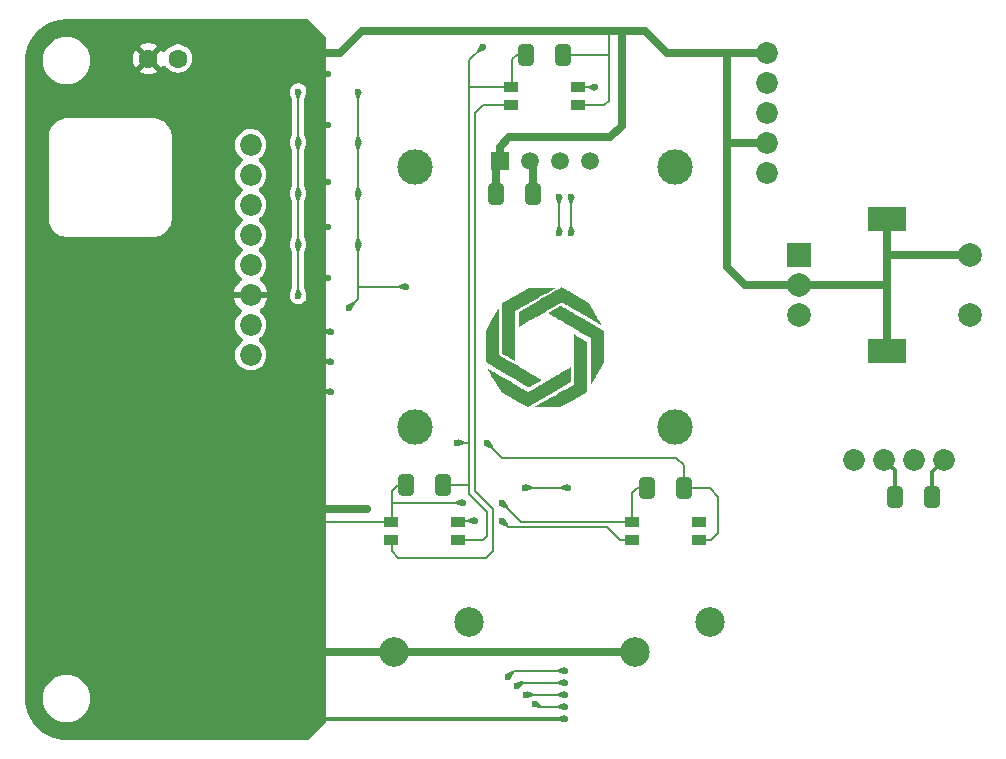
<source format=gbl>
G04 #@! TF.GenerationSoftware,KiCad,Pcbnew,9.0.5*
G04 #@! TF.CreationDate,2025-10-24T02:47:50+02:00*
G04 #@! TF.ProjectId,ESPHomeModule,45535048-6f6d-4654-9d6f-64756c652e6b,V1.0*
G04 #@! TF.SameCoordinates,Original*
G04 #@! TF.FileFunction,Copper,L2,Bot*
G04 #@! TF.FilePolarity,Positive*
%FSLAX46Y46*%
G04 Gerber Fmt 4.6, Leading zero omitted, Abs format (unit mm)*
G04 Created by KiCad (PCBNEW 9.0.5) date 2025-10-24 02:47:50*
%MOMM*%
%LPD*%
G01*
G04 APERTURE LIST*
G04 Aperture macros list*
%AMRoundRect*
0 Rectangle with rounded corners*
0 $1 Rounding radius*
0 $2 $3 $4 $5 $6 $7 $8 $9 X,Y pos of 4 corners*
0 Add a 4 corners polygon primitive as box body*
4,1,4,$2,$3,$4,$5,$6,$7,$8,$9,$2,$3,0*
0 Add four circle primitives for the rounded corners*
1,1,$1+$1,$2,$3*
1,1,$1+$1,$4,$5*
1,1,$1+$1,$6,$7*
1,1,$1+$1,$8,$9*
0 Add four rect primitives between the rounded corners*
20,1,$1+$1,$2,$3,$4,$5,0*
20,1,$1+$1,$4,$5,$6,$7,0*
20,1,$1+$1,$6,$7,$8,$9,0*
20,1,$1+$1,$8,$9,$2,$3,0*%
G04 Aperture macros list end*
G04 #@! TA.AperFunction,EtchedComponent*
%ADD10C,0.000000*%
G04 #@! TD*
G04 #@! TA.AperFunction,ComponentPad*
%ADD11C,1.600000*%
G04 #@! TD*
G04 #@! TA.AperFunction,ComponentPad*
%ADD12C,1.850000*%
G04 #@! TD*
G04 #@! TA.AperFunction,ComponentPad*
%ADD13R,2.000000X2.000000*%
G04 #@! TD*
G04 #@! TA.AperFunction,ComponentPad*
%ADD14C,2.000000*%
G04 #@! TD*
G04 #@! TA.AperFunction,ComponentPad*
%ADD15R,3.200000X2.000000*%
G04 #@! TD*
G04 #@! TA.AperFunction,ComponentPad*
%ADD16R,1.508000X1.508000*%
G04 #@! TD*
G04 #@! TA.AperFunction,ComponentPad*
%ADD17C,1.508000*%
G04 #@! TD*
G04 #@! TA.AperFunction,ComponentPad*
%ADD18C,3.000000*%
G04 #@! TD*
G04 #@! TA.AperFunction,ComponentPad*
%ADD19C,2.500000*%
G04 #@! TD*
G04 #@! TA.AperFunction,SMDPad,CuDef*
%ADD20R,1.299990X0.900000*%
G04 #@! TD*
G04 #@! TA.AperFunction,SMDPad,CuDef*
%ADD21R,1.299998X0.899998*%
G04 #@! TD*
G04 #@! TA.AperFunction,SMDPad,CuDef*
%ADD22RoundRect,0.250000X0.412500X0.650000X-0.412500X0.650000X-0.412500X-0.650000X0.412500X-0.650000X0*%
G04 #@! TD*
G04 #@! TA.AperFunction,SMDPad,CuDef*
%ADD23RoundRect,0.250000X-0.412500X-0.650000X0.412500X-0.650000X0.412500X0.650000X-0.412500X0.650000X0*%
G04 #@! TD*
G04 #@! TA.AperFunction,ViaPad*
%ADD24C,0.600000*%
G04 #@! TD*
G04 #@! TA.AperFunction,Conductor*
%ADD25C,0.200000*%
G04 #@! TD*
G04 #@! TA.AperFunction,Conductor*
%ADD26C,0.635000*%
G04 #@! TD*
G04 #@! TA.AperFunction,Conductor*
%ADD27C,0.317500*%
G04 #@! TD*
G04 APERTURE END LIST*
D10*
G04 #@! TA.AperFunction,EtchedComponent*
G36*
X150929304Y-77160602D02*
G01*
X150950426Y-77172620D01*
X150986218Y-77193131D01*
X151035748Y-77221598D01*
X151098087Y-77257484D01*
X151172302Y-77300252D01*
X151257463Y-77349365D01*
X151352639Y-77404285D01*
X151456900Y-77464476D01*
X151569313Y-77529401D01*
X151688949Y-77598522D01*
X151814876Y-77671303D01*
X151946163Y-77747205D01*
X152081880Y-77825694D01*
X153230650Y-78490157D01*
X153780706Y-79445950D01*
X153821112Y-79516185D01*
X153890712Y-79637278D01*
X153957261Y-79753204D01*
X154020180Y-79862949D01*
X154078889Y-79965498D01*
X154132810Y-80059833D01*
X154181364Y-80144941D01*
X154223972Y-80219806D01*
X154260055Y-80283413D01*
X154289034Y-80334746D01*
X154310329Y-80372790D01*
X154323363Y-80396529D01*
X154327555Y-80404949D01*
X154323514Y-80402939D01*
X154304400Y-80392301D01*
X154270277Y-80372914D01*
X154221909Y-80345218D01*
X154160055Y-80309654D01*
X154085477Y-80266664D01*
X153998936Y-80216686D01*
X153901193Y-80160163D01*
X153793009Y-80097534D01*
X153675145Y-80029241D01*
X153548362Y-79955725D01*
X153413422Y-79877425D01*
X153271086Y-79794782D01*
X153122114Y-79708238D01*
X152967267Y-79618232D01*
X152807308Y-79525206D01*
X152642996Y-79429600D01*
X152531115Y-79364504D01*
X152369437Y-79270502D01*
X152212531Y-79179354D01*
X152061165Y-79091504D01*
X151916106Y-79007393D01*
X151778122Y-78927466D01*
X151647981Y-78852164D01*
X151526451Y-78781932D01*
X151414300Y-78717212D01*
X151312295Y-78658447D01*
X151221205Y-78606080D01*
X151141797Y-78560554D01*
X151074839Y-78522312D01*
X151021100Y-78491797D01*
X150981346Y-78469452D01*
X150956346Y-78455721D01*
X150946867Y-78451045D01*
X150944592Y-78451964D01*
X150927843Y-78460779D01*
X150895287Y-78478771D01*
X150847273Y-78505740D01*
X150784149Y-78541485D01*
X150706264Y-78585807D01*
X150613965Y-78638505D01*
X150507601Y-78699378D01*
X150387519Y-78768226D01*
X150254069Y-78844849D01*
X150107599Y-78929046D01*
X149948456Y-79020616D01*
X149776990Y-79119360D01*
X149593547Y-79225076D01*
X149398477Y-79337565D01*
X149192128Y-79456626D01*
X148974848Y-79582058D01*
X148746985Y-79713662D01*
X148508887Y-79851236D01*
X148260904Y-79994580D01*
X148003382Y-80143495D01*
X147736670Y-80297778D01*
X147461116Y-80457231D01*
X147289049Y-80556817D01*
X147289236Y-79918442D01*
X147289424Y-79280067D01*
X149078267Y-78239857D01*
X149109759Y-78221543D01*
X149278982Y-78123083D01*
X149443896Y-78027048D01*
X149603753Y-77933877D01*
X149757802Y-77844011D01*
X149905293Y-77757890D01*
X150045475Y-77675953D01*
X150177600Y-77598641D01*
X150300916Y-77526393D01*
X150414673Y-77459651D01*
X150518123Y-77398853D01*
X150610513Y-77344439D01*
X150691095Y-77296851D01*
X150759118Y-77256527D01*
X150813832Y-77223908D01*
X150854487Y-77199434D01*
X150880333Y-77183545D01*
X150890620Y-77176681D01*
X150893192Y-77174243D01*
X150911178Y-77160903D01*
X150923619Y-77157473D01*
X150929304Y-77160602D01*
G37*
G04 #@! TD.AperFunction*
G04 #@! TA.AperFunction,EtchedComponent*
G36*
X149673932Y-77268092D02*
G01*
X149825923Y-77268370D01*
X149959415Y-77268813D01*
X150074520Y-77269424D01*
X150171348Y-77270204D01*
X150250009Y-77271152D01*
X150310616Y-77272270D01*
X150353277Y-77273559D01*
X150378105Y-77275019D01*
X150385210Y-77276652D01*
X150381461Y-77279027D01*
X150362591Y-77290100D01*
X150328560Y-77309735D01*
X150280140Y-77337495D01*
X150218106Y-77372938D01*
X150143231Y-77415627D01*
X150056288Y-77465121D01*
X149958050Y-77520982D01*
X149849292Y-77582769D01*
X149730786Y-77650044D01*
X149603307Y-77722368D01*
X149467627Y-77799300D01*
X149324520Y-77880402D01*
X149174759Y-77965234D01*
X149019119Y-78053357D01*
X148858372Y-78144331D01*
X148693291Y-78237718D01*
X147010912Y-79189244D01*
X147008535Y-81315966D01*
X147008430Y-81406090D01*
X147008178Y-81602783D01*
X147007899Y-81794066D01*
X147007595Y-81979100D01*
X147007270Y-82157044D01*
X147006926Y-82327057D01*
X147006565Y-82488299D01*
X147006190Y-82639929D01*
X147005803Y-82781107D01*
X147005407Y-82910992D01*
X147005004Y-83028745D01*
X147004597Y-83133523D01*
X147004188Y-83224488D01*
X147003780Y-83300799D01*
X147003375Y-83361615D01*
X147002976Y-83406095D01*
X147002586Y-83433399D01*
X147002206Y-83442688D01*
X146999251Y-83441208D01*
X146981978Y-83431654D01*
X146950462Y-83413889D01*
X146906041Y-83388680D01*
X146850056Y-83356790D01*
X146783848Y-83318984D01*
X146708758Y-83276029D01*
X146626126Y-83228688D01*
X146537291Y-83177726D01*
X146443596Y-83123910D01*
X145888937Y-82805131D01*
X145886560Y-80679521D01*
X145884182Y-78553910D01*
X147013249Y-77911468D01*
X148142315Y-77269025D01*
X149268533Y-77268069D01*
X149314011Y-77268034D01*
X149503332Y-77267981D01*
X149673932Y-77268092D01*
G37*
G04 #@! TD.AperFunction*
G04 #@! TA.AperFunction,EtchedComponent*
G36*
X150843534Y-78730051D02*
G01*
X150858301Y-78738425D01*
X150888323Y-78755714D01*
X150932871Y-78781492D01*
X150991215Y-78815335D01*
X151062628Y-78856818D01*
X151146380Y-78905517D01*
X151241741Y-78961007D01*
X151347983Y-79022863D01*
X151464378Y-79090661D01*
X151590195Y-79163977D01*
X151724706Y-79242385D01*
X151867181Y-79325461D01*
X152016893Y-79412781D01*
X152173111Y-79503919D01*
X152335108Y-79598452D01*
X152502153Y-79695955D01*
X152673517Y-79796002D01*
X154501744Y-80863496D01*
X154501744Y-82200702D01*
X154501736Y-82350597D01*
X154501698Y-82522482D01*
X154501619Y-82677172D01*
X154501488Y-82815591D01*
X154501295Y-82938663D01*
X154501029Y-83047314D01*
X154500680Y-83142468D01*
X154500237Y-83225049D01*
X154499690Y-83295982D01*
X154499028Y-83356192D01*
X154498240Y-83406603D01*
X154497317Y-83448140D01*
X154496247Y-83481727D01*
X154495020Y-83508289D01*
X154493626Y-83528750D01*
X154492053Y-83544036D01*
X154490292Y-83555070D01*
X154488332Y-83562777D01*
X154486162Y-83568082D01*
X154479206Y-83580753D01*
X154463490Y-83608626D01*
X154439948Y-83650034D01*
X154409296Y-83703733D01*
X154372252Y-83768477D01*
X154329532Y-83843021D01*
X154281855Y-83926119D01*
X154229938Y-84016526D01*
X154174499Y-84112997D01*
X154116253Y-84214286D01*
X154055920Y-84319148D01*
X153994217Y-84426338D01*
X153931860Y-84534611D01*
X153869567Y-84642721D01*
X153808057Y-84749422D01*
X153748045Y-84853470D01*
X153690249Y-84953619D01*
X153635388Y-85048623D01*
X153584178Y-85137238D01*
X153537336Y-85218218D01*
X153495580Y-85290318D01*
X153459628Y-85352293D01*
X153430197Y-85402896D01*
X153408004Y-85440883D01*
X153393766Y-85465009D01*
X153388202Y-85474028D01*
X153388073Y-85473980D01*
X153387173Y-85463046D01*
X153386309Y-85434013D01*
X153385485Y-85387544D01*
X153384703Y-85324303D01*
X153383966Y-85244953D01*
X153383277Y-85150159D01*
X153382639Y-85040584D01*
X153382054Y-84916892D01*
X153381526Y-84779746D01*
X153381058Y-84629810D01*
X153380651Y-84467749D01*
X153380310Y-84294226D01*
X153380037Y-84109904D01*
X153379835Y-83915448D01*
X153379706Y-83711521D01*
X153379655Y-83498786D01*
X153379540Y-81514588D01*
X152571173Y-81020861D01*
X152502963Y-80979191D01*
X152392018Y-80911373D01*
X152285905Y-80846458D01*
X152185751Y-80785138D01*
X152092682Y-80728106D01*
X152007826Y-80676053D01*
X151932307Y-80629669D01*
X151867254Y-80589648D01*
X151813793Y-80556680D01*
X151773050Y-80531458D01*
X151746151Y-80514672D01*
X151734224Y-80507015D01*
X151728416Y-80503388D01*
X151706600Y-80490493D01*
X151670110Y-80469270D01*
X151619988Y-80440317D01*
X151557281Y-80404233D01*
X151483033Y-80361615D01*
X151398288Y-80313063D01*
X151304090Y-80259175D01*
X151201485Y-80200548D01*
X151091517Y-80137781D01*
X150975230Y-80071473D01*
X150853669Y-80002221D01*
X150727879Y-79930624D01*
X150641244Y-79881317D01*
X150519182Y-79811782D01*
X150402462Y-79745214D01*
X150292089Y-79682191D01*
X150189069Y-79623289D01*
X150094406Y-79569085D01*
X150009105Y-79520156D01*
X149934171Y-79477078D01*
X149870609Y-79440427D01*
X149819425Y-79410781D01*
X149781624Y-79388716D01*
X149758209Y-79374809D01*
X149750188Y-79369637D01*
X149752158Y-79368090D01*
X149767664Y-79358273D01*
X149797476Y-79340160D01*
X149840259Y-79314542D01*
X149894677Y-79282210D01*
X149959394Y-79243954D01*
X150033075Y-79200564D01*
X150114384Y-79152832D01*
X150201986Y-79101547D01*
X150294543Y-79047500D01*
X150340725Y-79020571D01*
X150431108Y-78967891D01*
X150515956Y-78918468D01*
X150593928Y-78873082D01*
X150663677Y-78832515D01*
X150723861Y-78797547D01*
X150773135Y-78768960D01*
X150810155Y-78747534D01*
X150833578Y-78734051D01*
X150842059Y-78729293D01*
X150843534Y-78730051D01*
G37*
G04 #@! TD.AperFunction*
G04 #@! TA.AperFunction,EtchedComponent*
G36*
X145599037Y-80928173D02*
G01*
X145601417Y-82900716D01*
X146438161Y-83396901D01*
X146499985Y-83433521D01*
X146635035Y-83513280D01*
X146782674Y-83600203D01*
X146940384Y-83692816D01*
X147105645Y-83789650D01*
X147275936Y-83889233D01*
X147448738Y-83990093D01*
X147621532Y-84090759D01*
X147791797Y-84189759D01*
X147957015Y-84285623D01*
X148114664Y-84376879D01*
X148262227Y-84462055D01*
X148360059Y-84518485D01*
X148481940Y-84588936D01*
X148598327Y-84656375D01*
X148708231Y-84720223D01*
X148810666Y-84779902D01*
X148904645Y-84834830D01*
X148989179Y-84884428D01*
X149063282Y-84928118D01*
X149125967Y-84965320D01*
X149176246Y-84995453D01*
X149213132Y-85017939D01*
X149235638Y-85032197D01*
X149242776Y-85037649D01*
X149235841Y-85042447D01*
X149213778Y-85056003D01*
X149178444Y-85077009D01*
X149131483Y-85104527D01*
X149074540Y-85137619D01*
X149009260Y-85175347D01*
X148937288Y-85216776D01*
X148860268Y-85260967D01*
X148779845Y-85306983D01*
X148697664Y-85353887D01*
X148615370Y-85400741D01*
X148534607Y-85446609D01*
X148457019Y-85490552D01*
X148384253Y-85531634D01*
X148317951Y-85568917D01*
X148259760Y-85601465D01*
X148211324Y-85628338D01*
X148174287Y-85648601D01*
X148150295Y-85661316D01*
X148140991Y-85665546D01*
X148139686Y-85664907D01*
X148125226Y-85656816D01*
X148095474Y-85639783D01*
X148051167Y-85614238D01*
X147993038Y-85580607D01*
X147921824Y-85539319D01*
X147838260Y-85490801D01*
X147743081Y-85435482D01*
X147637023Y-85373790D01*
X147520821Y-85306152D01*
X147395210Y-85232997D01*
X147260925Y-85154753D01*
X147118703Y-85071847D01*
X146969277Y-84984708D01*
X146813385Y-84893763D01*
X146651761Y-84799441D01*
X146485139Y-84702169D01*
X146314257Y-84602376D01*
X144498276Y-83541686D01*
X144498266Y-82202858D01*
X144498257Y-80864031D01*
X145047457Y-79909830D01*
X145596658Y-78955629D01*
X145599037Y-80928173D01*
G37*
G04 #@! TD.AperFunction*
G04 #@! TA.AperFunction,EtchedComponent*
G36*
X152345007Y-81393590D02*
G01*
X152376807Y-81411874D01*
X152462635Y-81461204D01*
X152549407Y-81511053D01*
X152634240Y-81559767D01*
X152714253Y-81605692D01*
X152786566Y-81647173D01*
X152848297Y-81682559D01*
X152896566Y-81710194D01*
X153078061Y-81814003D01*
X153077712Y-83941244D01*
X153077363Y-86068486D01*
X151950883Y-86707296D01*
X150824404Y-87346105D01*
X149712701Y-87343710D01*
X148600999Y-87341314D01*
X150257329Y-86400754D01*
X150336533Y-86355775D01*
X150498667Y-86263695D01*
X150656274Y-86174174D01*
X150808563Y-86087661D01*
X150954744Y-86004606D01*
X151094024Y-85925461D01*
X151225612Y-85850675D01*
X151348716Y-85780697D01*
X151462546Y-85715979D01*
X151566309Y-85656969D01*
X151659214Y-85604118D01*
X151740469Y-85557877D01*
X151809284Y-85518694D01*
X151864866Y-85487021D01*
X151906424Y-85463307D01*
X151933166Y-85448002D01*
X151944301Y-85441557D01*
X151974943Y-85422920D01*
X151974943Y-83301858D01*
X151974943Y-81180796D01*
X152345007Y-81393590D01*
G37*
G04 #@! TD.AperFunction*
G04 #@! TA.AperFunction,EtchedComponent*
G36*
X151708847Y-83937460D02*
G01*
X151709230Y-83957778D01*
X151709587Y-83994460D01*
X151709916Y-84045988D01*
X151710208Y-84110842D01*
X151710460Y-84187504D01*
X151710666Y-84274455D01*
X151710820Y-84370175D01*
X151710916Y-84473145D01*
X151710949Y-84581847D01*
X151710949Y-85230731D01*
X149886315Y-86289270D01*
X148061682Y-87347808D01*
X147102592Y-86793227D01*
X147063595Y-86770678D01*
X146935671Y-86696706D01*
X146809725Y-86623876D01*
X146687062Y-86552944D01*
X146568985Y-86484663D01*
X146456800Y-86419787D01*
X146351810Y-86359070D01*
X146255319Y-86303267D01*
X146168632Y-86253132D01*
X146093052Y-86209419D01*
X146029884Y-86172883D01*
X145980432Y-86144277D01*
X145946001Y-86124356D01*
X145748498Y-86010066D01*
X145212432Y-85072869D01*
X145185309Y-85025445D01*
X145115692Y-84903691D01*
X145048690Y-84786458D01*
X144984917Y-84674824D01*
X144924985Y-84569866D01*
X144869510Y-84472660D01*
X144819105Y-84384283D01*
X144774384Y-84305812D01*
X144735961Y-84238322D01*
X144704450Y-84182891D01*
X144680465Y-84140596D01*
X144664619Y-84112513D01*
X144657527Y-84099718D01*
X144638687Y-84063765D01*
X144660397Y-84075162D01*
X144666394Y-84078538D01*
X144688156Y-84090977D01*
X144724914Y-84112063D01*
X144775895Y-84141353D01*
X144840328Y-84178402D01*
X144917444Y-84222767D01*
X145006471Y-84274004D01*
X145106638Y-84331669D01*
X145217174Y-84395317D01*
X145337308Y-84464506D01*
X145466270Y-84538790D01*
X145603289Y-84617727D01*
X145747593Y-84700873D01*
X145898412Y-84787782D01*
X146054975Y-84878013D01*
X146216511Y-84971119D01*
X146382249Y-85066659D01*
X146516850Y-85144222D01*
X146702673Y-85251192D01*
X146879172Y-85352661D01*
X147045848Y-85448346D01*
X147202202Y-85537964D01*
X147347734Y-85621231D01*
X147481948Y-85697864D01*
X147604343Y-85767579D01*
X147714422Y-85830093D01*
X147811685Y-85885121D01*
X147895634Y-85932381D01*
X147965770Y-85971589D01*
X148021594Y-86002462D01*
X148062608Y-86024715D01*
X148088313Y-86038066D01*
X148098210Y-86042231D01*
X148100756Y-86041136D01*
X148117862Y-86032071D01*
X148149125Y-86014624D01*
X148193221Y-85989571D01*
X148248826Y-85957688D01*
X148314615Y-85919751D01*
X148389264Y-85876536D01*
X148471448Y-85828820D01*
X148559842Y-85777379D01*
X148653123Y-85722989D01*
X148749965Y-85666427D01*
X148849045Y-85608469D01*
X148949037Y-85549891D01*
X149048618Y-85491468D01*
X149146463Y-85433979D01*
X149241247Y-85378198D01*
X149331645Y-85324903D01*
X149416334Y-85274868D01*
X149493989Y-85228872D01*
X149563286Y-85187689D01*
X149622899Y-85152096D01*
X149671505Y-85122870D01*
X149707779Y-85100786D01*
X149730396Y-85086621D01*
X149738032Y-85081152D01*
X149742502Y-85077772D01*
X149762023Y-85065474D01*
X149796129Y-85044784D01*
X149843826Y-85016285D01*
X149904123Y-84980559D01*
X149976027Y-84938188D01*
X150058544Y-84889754D01*
X150150684Y-84835840D01*
X150251453Y-84777029D01*
X150359859Y-84713902D01*
X150474909Y-84647041D01*
X150595611Y-84577030D01*
X150720972Y-84504450D01*
X150817062Y-84448870D01*
X150939063Y-84378311D01*
X151055715Y-84310855D01*
X151166020Y-84247078D01*
X151268982Y-84187556D01*
X151363602Y-84132866D01*
X151448884Y-84083584D01*
X151523829Y-84040287D01*
X151587440Y-84003551D01*
X151638719Y-83973953D01*
X151676669Y-83952068D01*
X151700293Y-83938474D01*
X151708592Y-83933747D01*
X151708847Y-83937460D01*
G37*
G04 #@! TD.AperFunction*
D11*
X118442000Y-57834000D03*
X115942000Y-57834000D03*
D12*
X124600000Y-82900000D03*
X124600000Y-80360000D03*
X124600000Y-77820000D03*
X124600000Y-75280000D03*
X124600000Y-72740000D03*
X124600000Y-70200000D03*
X124600000Y-67660000D03*
X124600000Y-65120000D03*
D13*
X171000000Y-74500000D03*
D14*
X171000000Y-79500000D03*
X171000000Y-77000000D03*
D15*
X178500000Y-71400000D03*
X178500000Y-82600000D03*
D14*
X185500000Y-79500000D03*
X185500000Y-74500000D03*
D16*
X145690000Y-66500000D03*
D17*
X148230000Y-66500000D03*
X150770000Y-66500000D03*
X153310000Y-66500000D03*
D18*
X138500000Y-67000000D03*
X160500000Y-67000000D03*
X160500000Y-89000000D03*
X138500000Y-89000000D03*
D19*
X143110000Y-105540000D03*
X136760000Y-108080000D03*
X163510000Y-105540000D03*
X157160000Y-108080000D03*
D12*
X168350000Y-57320000D03*
X168350000Y-59860000D03*
X168350000Y-62400000D03*
X168350000Y-64940000D03*
X168350000Y-67480000D03*
X183320000Y-91800000D03*
X180780000Y-91800000D03*
X178240000Y-91800000D03*
X175700000Y-91800000D03*
D20*
X146650005Y-60250000D03*
D21*
X146650001Y-61749999D03*
X152349999Y-61749999D03*
X152349999Y-60250001D03*
D20*
X142149995Y-98550000D03*
D21*
X142149999Y-97050001D03*
X136450001Y-97050001D03*
X136450001Y-98549999D03*
D22*
X140862500Y-93900000D03*
X137737500Y-93900000D03*
X161262500Y-94200000D03*
X158137500Y-94200000D03*
X182254500Y-94918000D03*
X179129500Y-94918000D03*
D20*
X162549995Y-98550000D03*
D21*
X162549999Y-97050001D03*
X156850001Y-97050001D03*
X156850001Y-98549999D03*
D22*
X148472500Y-69264000D03*
X145347500Y-69264000D03*
D23*
X147937500Y-57500000D03*
X151062500Y-57500000D03*
D24*
X133702000Y-60628000D03*
X151228000Y-110666000D03*
X147164000Y-110920000D03*
X133702000Y-64946000D03*
X133702000Y-73582000D03*
X151482000Y-94156000D03*
X132940000Y-78916000D03*
X137766000Y-77138000D03*
X147799000Y-94156000D03*
X133702000Y-69264000D03*
X131162000Y-63422000D03*
X131416000Y-86028000D03*
X131416000Y-80948000D03*
X109700000Y-93300000D03*
X131162000Y-68248000D03*
X145894000Y-95426000D03*
X131162000Y-59104000D03*
X109700000Y-92600000D03*
X108900000Y-94000000D03*
X109700000Y-94000000D03*
X131162000Y-72058000D03*
X134464000Y-95934000D03*
X108900000Y-92600000D03*
X142592000Y-95426000D03*
X131416000Y-83488000D03*
X108900000Y-93300000D03*
X151228000Y-113714000D03*
X131162000Y-76376000D03*
X150720000Y-72566000D03*
X147926000Y-111682000D03*
X151228000Y-111682000D03*
X150720000Y-69518000D03*
X151228000Y-112698000D03*
X151736000Y-69518000D03*
X151736000Y-72566000D03*
X148688000Y-112444000D03*
X128622000Y-60628000D03*
X142084000Y-90346000D03*
X128622000Y-77900000D03*
X144250000Y-56818000D03*
X144624000Y-90346000D03*
X128622000Y-64946000D03*
X128622000Y-69264000D03*
X128622000Y-73582000D03*
X146402000Y-110158000D03*
X151228000Y-109650000D03*
X143608000Y-96950000D03*
X145894000Y-96950000D03*
X153768000Y-60247000D03*
D25*
X144250000Y-56818000D02*
X143100000Y-57968000D01*
X143100000Y-57968000D02*
X143100000Y-60247000D01*
X133702000Y-64946000D02*
X133702000Y-69264000D01*
D26*
X148472500Y-69264000D02*
X148472500Y-66742500D01*
D25*
X133702000Y-73582000D02*
X133702000Y-77138000D01*
X147418000Y-110666000D02*
X147164000Y-110920000D01*
X133702000Y-69264000D02*
X133702000Y-73582000D01*
X133702000Y-77138000D02*
X133702000Y-78154000D01*
X151482000Y-94156000D02*
X147799000Y-94156000D01*
X151228000Y-110666000D02*
X147418000Y-110666000D01*
X133702000Y-78154000D02*
X132940000Y-78916000D01*
X137766000Y-77138000D02*
X133702000Y-77138000D01*
X133702000Y-60628000D02*
X133702000Y-64946000D01*
D26*
X148472500Y-66742500D02*
X148230000Y-66500000D01*
D27*
X182254500Y-94918000D02*
X182254500Y-92865500D01*
X182254500Y-92865500D02*
X183320000Y-91800000D01*
D26*
X130400000Y-108126000D02*
X130446000Y-108080000D01*
D25*
X147518001Y-97050001D02*
X145894000Y-95426000D01*
X151062500Y-57500000D02*
X154900000Y-57500000D01*
D26*
X130660000Y-57320000D02*
X130654000Y-57326000D01*
X178384000Y-77000000D02*
X178500000Y-76884000D01*
D25*
X154550001Y-61749999D02*
X154900000Y-61400000D01*
D26*
X178500000Y-71400000D02*
X178500000Y-74598000D01*
X145347500Y-66842500D02*
X145690000Y-66500000D01*
X145690000Y-65310000D02*
X146500000Y-64500000D01*
X185500000Y-74500000D02*
X178598000Y-74500000D01*
D25*
X156850001Y-94629999D02*
X157280000Y-94200000D01*
X130654000Y-96950000D02*
X130754000Y-97050000D01*
D26*
X145347500Y-69264000D02*
X145347500Y-66842500D01*
D25*
X136550000Y-97050000D02*
X136550000Y-95426000D01*
D26*
X154500000Y-55500000D02*
X134000000Y-55500000D01*
D25*
X130754000Y-97050000D02*
X136550000Y-97050000D01*
D26*
X158000000Y-55500000D02*
X156000000Y-55500000D01*
X159820000Y-57320000D02*
X158000000Y-55500000D01*
X178598000Y-74500000D02*
X178500000Y-74598000D01*
D25*
X156816000Y-107736000D02*
X157160000Y-108080000D01*
D27*
X179129500Y-94918000D02*
X179129500Y-92689500D01*
D26*
X154784000Y-55500000D02*
X154500000Y-55500000D01*
X145690000Y-66500000D02*
X145690000Y-65310000D01*
X164944000Y-57320000D02*
X164944000Y-64946000D01*
X164950000Y-64940000D02*
X164944000Y-64946000D01*
X134464000Y-95934000D02*
X130654000Y-95934000D01*
D27*
X131416000Y-86028000D02*
X130908000Y-86028000D01*
X131416000Y-80948000D02*
X130908000Y-80948000D01*
D25*
X131162000Y-68248000D02*
X130908000Y-68248000D01*
D26*
X164944000Y-57320000D02*
X159820000Y-57320000D01*
D25*
X131162000Y-59104000D02*
X130908000Y-59104000D01*
X136550000Y-94450000D02*
X137100000Y-93900000D01*
D27*
X151228000Y-113714000D02*
X130654000Y-113714000D01*
D25*
X152349999Y-61749999D02*
X154550001Y-61749999D01*
X142592000Y-95426000D02*
X136550000Y-95426000D01*
D26*
X156000000Y-55500000D02*
X154784000Y-55500000D01*
X178500000Y-74598000D02*
X178500000Y-76884000D01*
D25*
X136550000Y-95426000D02*
X136550000Y-94450000D01*
X154900000Y-55616000D02*
X154784000Y-55500000D01*
D27*
X131416000Y-83488000D02*
X130908000Y-83488000D01*
D26*
X132180000Y-57320000D02*
X130660000Y-57320000D01*
D25*
X131162000Y-72058000D02*
X130908000Y-72058000D01*
X154900000Y-57500000D02*
X154900000Y-55616000D01*
D26*
X164944000Y-75476000D02*
X166468000Y-77000000D01*
X136760000Y-108080000D02*
X130446000Y-108080000D01*
X156000000Y-63500000D02*
X156000000Y-55500000D01*
D25*
X157280000Y-94200000D02*
X158137500Y-94200000D01*
D26*
X136760000Y-108080000D02*
X157160000Y-108080000D01*
D25*
X131162000Y-76376000D02*
X130908000Y-76376000D01*
D27*
X179129500Y-92689500D02*
X178240000Y-91800000D01*
D26*
X168350000Y-64940000D02*
X164950000Y-64940000D01*
X146500000Y-64500000D02*
X155000000Y-64500000D01*
X155000000Y-64500000D02*
X156000000Y-63500000D01*
D25*
X156850001Y-97050001D02*
X156850001Y-94629999D01*
D26*
X178500000Y-76884000D02*
X178500000Y-82600000D01*
X171000000Y-77000000D02*
X166468000Y-77000000D01*
D25*
X131162000Y-63422000D02*
X130908000Y-63422000D01*
D26*
X164944000Y-64946000D02*
X164944000Y-75476000D01*
D25*
X156662001Y-97050001D02*
X156562000Y-96950000D01*
X137100000Y-93900000D02*
X137737500Y-93900000D01*
D26*
X171000000Y-77000000D02*
X170989000Y-77011000D01*
X168350000Y-57320000D02*
X164944000Y-57320000D01*
X171000000Y-77000000D02*
X178384000Y-77000000D01*
X134000000Y-55500000D02*
X132180000Y-57320000D01*
D25*
X154900000Y-61400000D02*
X154900000Y-57500000D01*
X156850001Y-97050001D02*
X147518001Y-97050001D01*
X150720000Y-69518000D02*
X150720000Y-72566000D01*
X147926000Y-111682000D02*
X151228000Y-111682000D01*
X151736000Y-69518000D02*
X151736000Y-72566000D01*
X148688000Y-112444000D02*
X148942000Y-112698000D01*
X148942000Y-112698000D02*
X151228000Y-112698000D01*
X144294000Y-98550000D02*
X142050000Y-98550000D01*
X147117000Y-57500000D02*
X146750000Y-57867000D01*
X128622000Y-64946000D02*
X128622000Y-69264000D01*
X146750000Y-60250000D02*
X144373000Y-60250000D01*
X128622000Y-69264000D02*
X128622000Y-73582000D01*
X163464000Y-94200000D02*
X164182000Y-94918000D01*
X161262500Y-92252500D02*
X160626000Y-91616000D01*
X147937500Y-57500000D02*
X147117000Y-57500000D01*
X140862500Y-93900000D02*
X143098000Y-93900000D01*
X128622000Y-60628000D02*
X128622000Y-64946000D01*
X144373000Y-60250000D02*
X144370000Y-60247000D01*
X160626000Y-91616000D02*
X145894000Y-91616000D01*
X164182000Y-94918000D02*
X164182000Y-97966000D01*
X143100000Y-94156000D02*
X143100000Y-94664000D01*
X146750000Y-57867000D02*
X146750000Y-60250000D01*
X128622000Y-73582000D02*
X128622000Y-77900000D01*
X144624000Y-96188000D02*
X144624000Y-98220000D01*
X142084000Y-90346000D02*
X143100000Y-90346000D01*
X143100000Y-94664000D02*
X144624000Y-96188000D01*
X161262500Y-94200000D02*
X163464000Y-94200000D01*
X143098000Y-93900000D02*
X143100000Y-93902000D01*
X144624000Y-98220000D02*
X144294000Y-98550000D01*
X163598000Y-98550000D02*
X162549995Y-98550000D01*
X143100000Y-93902000D02*
X143100000Y-94156000D01*
X143100000Y-90346000D02*
X143100000Y-60247000D01*
X164182000Y-97966000D02*
X163598000Y-98550000D01*
X143100000Y-90346000D02*
X143100000Y-93902000D01*
X144370000Y-60247000D02*
X143100000Y-60247000D01*
X145894000Y-91616000D02*
X144624000Y-90346000D01*
X161262500Y-94200000D02*
X161262500Y-92252500D01*
X151228000Y-109650000D02*
X146910000Y-109650000D01*
X146910000Y-109650000D02*
X146402000Y-110158000D01*
X137107000Y-100101000D02*
X136550000Y-99544000D01*
X136550000Y-99544000D02*
X136550000Y-98550000D01*
X144264000Y-61750000D02*
X143608000Y-62406000D01*
X143608000Y-94410000D02*
X145132000Y-95934000D01*
X145132000Y-99490000D02*
X144521000Y-100101000D01*
X146750000Y-61750000D02*
X144264000Y-61750000D01*
X143608000Y-62406000D02*
X143608000Y-94410000D01*
X145132000Y-95934000D02*
X145132000Y-99490000D01*
X144521000Y-100101000D02*
X137107000Y-100101000D01*
X156850001Y-98549999D02*
X155875999Y-98549999D01*
X155875999Y-98549999D02*
X154784000Y-97458000D01*
X142238000Y-97050000D02*
X142050000Y-97050000D01*
X142050000Y-96984000D02*
X142084000Y-96950000D01*
X154784000Y-97458000D02*
X146402000Y-97458000D01*
X142050000Y-97050000D02*
X142050000Y-96984000D01*
X143608000Y-96950000D02*
X142338000Y-96950000D01*
X142338000Y-96950000D02*
X142238000Y-97050000D01*
X146402000Y-97458000D02*
X145894000Y-96950000D01*
X152250000Y-60250000D02*
X153765000Y-60250000D01*
X153768000Y-60247000D02*
X153765000Y-60250000D01*
G04 #@! TA.AperFunction,Conductor*
G36*
X129492648Y-54519454D02*
G01*
X129573430Y-54573430D01*
X130927070Y-55927070D01*
X130981046Y-56007852D01*
X131000000Y-56103140D01*
X131000000Y-113896860D01*
X130981046Y-113992148D01*
X130927070Y-114072930D01*
X129573430Y-115426570D01*
X129492648Y-115480546D01*
X129397360Y-115499500D01*
X109006111Y-115499500D01*
X108993893Y-115499200D01*
X108669207Y-115483249D01*
X108644889Y-115480854D01*
X108329382Y-115434053D01*
X108305416Y-115429286D01*
X107996010Y-115351784D01*
X107972626Y-115344690D01*
X107672315Y-115237236D01*
X107649740Y-115227885D01*
X107361410Y-115091515D01*
X107339860Y-115079997D01*
X107203673Y-114998370D01*
X107066268Y-114916013D01*
X107045955Y-114902440D01*
X106789764Y-114712435D01*
X106770876Y-114696934D01*
X106534534Y-114482726D01*
X106517273Y-114465465D01*
X106303063Y-114229121D01*
X106287564Y-114210235D01*
X106185731Y-114072930D01*
X106097554Y-113954037D01*
X106083989Y-113933735D01*
X105920001Y-113660138D01*
X105908484Y-113638589D01*
X105772114Y-113350259D01*
X105762763Y-113327684D01*
X105686238Y-113113812D01*
X105655305Y-113027360D01*
X105648219Y-113004002D01*
X105570710Y-112694568D01*
X105565949Y-112670633D01*
X105519143Y-112355095D01*
X105516751Y-112330804D01*
X105500800Y-112006105D01*
X105500500Y-111993888D01*
X105500500Y-111868880D01*
X106999500Y-111868880D01*
X106999500Y-112131119D01*
X107033729Y-112391112D01*
X107101601Y-112644417D01*
X107201953Y-112886689D01*
X107201955Y-112886693D01*
X107333073Y-113113798D01*
X107333082Y-113113812D01*
X107492713Y-113321845D01*
X107492718Y-113321851D01*
X107678149Y-113507282D01*
X107678153Y-113507285D01*
X107678154Y-113507286D01*
X107886187Y-113666917D01*
X107886192Y-113666920D01*
X107886197Y-113666924D01*
X108113303Y-113798043D01*
X108355581Y-113898398D01*
X108608884Y-113966270D01*
X108868880Y-114000500D01*
X109131120Y-114000500D01*
X109391116Y-113966270D01*
X109644419Y-113898398D01*
X109886697Y-113798043D01*
X110113803Y-113666924D01*
X110321851Y-113507282D01*
X110507282Y-113321851D01*
X110666924Y-113113803D01*
X110798043Y-112886697D01*
X110898398Y-112644419D01*
X110966270Y-112391116D01*
X111000500Y-112131120D01*
X111000500Y-111868880D01*
X110966270Y-111608884D01*
X110898398Y-111355581D01*
X110798043Y-111113303D01*
X110666924Y-110886197D01*
X110666920Y-110886192D01*
X110666917Y-110886187D01*
X110507286Y-110678154D01*
X110507285Y-110678153D01*
X110507282Y-110678149D01*
X110321851Y-110492718D01*
X110321846Y-110492714D01*
X110321845Y-110492713D01*
X110113812Y-110333082D01*
X110113798Y-110333073D01*
X110052937Y-110297935D01*
X109886697Y-110201957D01*
X109886695Y-110201956D01*
X109886693Y-110201955D01*
X109886689Y-110201953D01*
X109644417Y-110101601D01*
X109534730Y-110072211D01*
X109391116Y-110033730D01*
X109391111Y-110033729D01*
X109391114Y-110033729D01*
X109131120Y-109999500D01*
X108868880Y-109999500D01*
X108608887Y-110033729D01*
X108355582Y-110101601D01*
X108113310Y-110201953D01*
X108113306Y-110201955D01*
X107886201Y-110333073D01*
X107886187Y-110333082D01*
X107678154Y-110492713D01*
X107492713Y-110678154D01*
X107333082Y-110886187D01*
X107333073Y-110886201D01*
X107201955Y-111113306D01*
X107201953Y-111113310D01*
X107101601Y-111355582D01*
X107033729Y-111608887D01*
X106999500Y-111868880D01*
X105500500Y-111868880D01*
X105500500Y-77570000D01*
X123196834Y-77570000D01*
X124166988Y-77570000D01*
X124134075Y-77627007D01*
X124100000Y-77754174D01*
X124100000Y-77885826D01*
X124134075Y-78012993D01*
X124166988Y-78070000D01*
X123196834Y-78070000D01*
X123210088Y-78153685D01*
X123279399Y-78367004D01*
X123279401Y-78367009D01*
X123381233Y-78566866D01*
X123513068Y-78748321D01*
X123671681Y-78906934D01*
X123731024Y-78950049D01*
X123796973Y-79021392D01*
X123830600Y-79112541D01*
X123826786Y-79209622D01*
X123786111Y-79297852D01*
X123742747Y-79341223D01*
X123743933Y-79342612D01*
X123736504Y-79348956D01*
X123588963Y-79496497D01*
X123466330Y-79665286D01*
X123371610Y-79851185D01*
X123371608Y-79851191D01*
X123307137Y-80049614D01*
X123274501Y-80255669D01*
X123274500Y-80255685D01*
X123274500Y-80464314D01*
X123274501Y-80464330D01*
X123307137Y-80670385D01*
X123307138Y-80670389D01*
X123371611Y-80868816D01*
X123466330Y-81054714D01*
X123588965Y-81223505D01*
X123736495Y-81371035D01*
X123736498Y-81371037D01*
X123815665Y-81428556D01*
X123881613Y-81499899D01*
X123915240Y-81591049D01*
X123911425Y-81688129D01*
X123870749Y-81776360D01*
X123815665Y-81831444D01*
X123736498Y-81888962D01*
X123588963Y-82036497D01*
X123466330Y-82205286D01*
X123371610Y-82391185D01*
X123371608Y-82391191D01*
X123307137Y-82589614D01*
X123274501Y-82795669D01*
X123274500Y-82795685D01*
X123274500Y-83004314D01*
X123274501Y-83004330D01*
X123307137Y-83210385D01*
X123307138Y-83210389D01*
X123371611Y-83408816D01*
X123466330Y-83594714D01*
X123588965Y-83763505D01*
X123736495Y-83911035D01*
X123905286Y-84033670D01*
X124091184Y-84128389D01*
X124289611Y-84192862D01*
X124495681Y-84225500D01*
X124495685Y-84225500D01*
X124704315Y-84225500D01*
X124704319Y-84225500D01*
X124910389Y-84192862D01*
X125108816Y-84128389D01*
X125294714Y-84033670D01*
X125463505Y-83911035D01*
X125611035Y-83763505D01*
X125733670Y-83594714D01*
X125828389Y-83408816D01*
X125892862Y-83210389D01*
X125925500Y-83004319D01*
X125925500Y-82795681D01*
X125892862Y-82589611D01*
X125828389Y-82391184D01*
X125733670Y-82205286D01*
X125611035Y-82036495D01*
X125463505Y-81888965D01*
X125384332Y-81831442D01*
X125318387Y-81760102D01*
X125284760Y-81668952D01*
X125288574Y-81571872D01*
X125329249Y-81483641D01*
X125384331Y-81428558D01*
X125463505Y-81371035D01*
X125611035Y-81223505D01*
X125733670Y-81054714D01*
X125828389Y-80868816D01*
X125892862Y-80670389D01*
X125925500Y-80464319D01*
X125925500Y-80255681D01*
X125892862Y-80049611D01*
X125828389Y-79851184D01*
X125733670Y-79665286D01*
X125611035Y-79496495D01*
X125463505Y-79348965D01*
X125463501Y-79348962D01*
X125463495Y-79348956D01*
X125456067Y-79342612D01*
X125457681Y-79340721D01*
X125403030Y-79281603D01*
X125369400Y-79190454D01*
X125373211Y-79093374D01*
X125413883Y-79005142D01*
X125468976Y-78950048D01*
X125528320Y-78906932D01*
X125686931Y-78748321D01*
X125818766Y-78566866D01*
X125920598Y-78367009D01*
X125920600Y-78367004D01*
X125989911Y-78153685D01*
X126003166Y-78070000D01*
X125033012Y-78070000D01*
X125065925Y-78012993D01*
X125100000Y-77885826D01*
X125100000Y-77754174D01*
X125065925Y-77627007D01*
X125033012Y-77570000D01*
X126003166Y-77570000D01*
X125989911Y-77486314D01*
X125920600Y-77272995D01*
X125920598Y-77272990D01*
X125818766Y-77073133D01*
X125686931Y-76891678D01*
X125528321Y-76733068D01*
X125468974Y-76689950D01*
X125403025Y-76618607D01*
X125369399Y-76527457D01*
X125373213Y-76430377D01*
X125413888Y-76342146D01*
X125457261Y-76298786D01*
X125456067Y-76297388D01*
X125463495Y-76291043D01*
X125463497Y-76291040D01*
X125463505Y-76291035D01*
X125611035Y-76143505D01*
X125733670Y-75974714D01*
X125828389Y-75788816D01*
X125892862Y-75590389D01*
X125925500Y-75384319D01*
X125925500Y-75175681D01*
X125892862Y-74969611D01*
X125828389Y-74771184D01*
X125733670Y-74585286D01*
X125611035Y-74416495D01*
X125463505Y-74268965D01*
X125384332Y-74211442D01*
X125318387Y-74140102D01*
X125284760Y-74048952D01*
X125288574Y-73951872D01*
X125329249Y-73863641D01*
X125384331Y-73808558D01*
X125463505Y-73751035D01*
X125611035Y-73603505D01*
X125733670Y-73434714D01*
X125828389Y-73248816D01*
X125892862Y-73050389D01*
X125925500Y-72844319D01*
X125925500Y-72635681D01*
X125892862Y-72429611D01*
X125828389Y-72231184D01*
X125733670Y-72045286D01*
X125611035Y-71876495D01*
X125463505Y-71728965D01*
X125384332Y-71671442D01*
X125318387Y-71600102D01*
X125284760Y-71508952D01*
X125288574Y-71411872D01*
X125329249Y-71323641D01*
X125384331Y-71268558D01*
X125463505Y-71211035D01*
X125611035Y-71063505D01*
X125733670Y-70894714D01*
X125828389Y-70708816D01*
X125892862Y-70510389D01*
X125925500Y-70304319D01*
X125925500Y-70095681D01*
X125892862Y-69889611D01*
X125828389Y-69691184D01*
X125733670Y-69505286D01*
X125611035Y-69336495D01*
X125463505Y-69188965D01*
X125384332Y-69131442D01*
X125318387Y-69060102D01*
X125284760Y-68968952D01*
X125288574Y-68871872D01*
X125329249Y-68783641D01*
X125384331Y-68728558D01*
X125463505Y-68671035D01*
X125611035Y-68523505D01*
X125733670Y-68354714D01*
X125828389Y-68168816D01*
X125892862Y-67970389D01*
X125925500Y-67764319D01*
X125925500Y-67555681D01*
X125892862Y-67349611D01*
X125828389Y-67151184D01*
X125733670Y-66965286D01*
X125611035Y-66796495D01*
X125463505Y-66648965D01*
X125384332Y-66591442D01*
X125318387Y-66520102D01*
X125284760Y-66428952D01*
X125288574Y-66331872D01*
X125329249Y-66243641D01*
X125384331Y-66188558D01*
X125463505Y-66131035D01*
X125611035Y-65983505D01*
X125733670Y-65814714D01*
X125828389Y-65628816D01*
X125892862Y-65430389D01*
X125925500Y-65224319D01*
X125925500Y-65015681D01*
X125892862Y-64809611D01*
X125828389Y-64611184D01*
X125733670Y-64425286D01*
X125611035Y-64256495D01*
X125463505Y-64108965D01*
X125294714Y-63986330D01*
X125108816Y-63891611D01*
X125108815Y-63891610D01*
X125108814Y-63891610D01*
X125108808Y-63891608D01*
X124995294Y-63854725D01*
X124910389Y-63827138D01*
X124910387Y-63827137D01*
X124910385Y-63827137D01*
X124704330Y-63794501D01*
X124704321Y-63794500D01*
X124704319Y-63794500D01*
X124495681Y-63794500D01*
X124495678Y-63794500D01*
X124495669Y-63794501D01*
X124289614Y-63827137D01*
X124091191Y-63891608D01*
X124091185Y-63891610D01*
X123905286Y-63986330D01*
X123736497Y-64108963D01*
X123588963Y-64256497D01*
X123466330Y-64425286D01*
X123371610Y-64611185D01*
X123371608Y-64611191D01*
X123307137Y-64809614D01*
X123274501Y-65015669D01*
X123274500Y-65015685D01*
X123274500Y-65224314D01*
X123274501Y-65224330D01*
X123307137Y-65430385D01*
X123370458Y-65625269D01*
X123371611Y-65628816D01*
X123466330Y-65814714D01*
X123588965Y-65983505D01*
X123736495Y-66131035D01*
X123736498Y-66131037D01*
X123815665Y-66188556D01*
X123881613Y-66259899D01*
X123915240Y-66351049D01*
X123911425Y-66448129D01*
X123870749Y-66536360D01*
X123815665Y-66591444D01*
X123736498Y-66648962D01*
X123588963Y-66796497D01*
X123466330Y-66965286D01*
X123371610Y-67151185D01*
X123371608Y-67151191D01*
X123307137Y-67349614D01*
X123274501Y-67555669D01*
X123274500Y-67555685D01*
X123274500Y-67764314D01*
X123274501Y-67764330D01*
X123307137Y-67970385D01*
X123307138Y-67970389D01*
X123371611Y-68168816D01*
X123466330Y-68354714D01*
X123588965Y-68523505D01*
X123736495Y-68671035D01*
X123736498Y-68671037D01*
X123815665Y-68728556D01*
X123881613Y-68799899D01*
X123915240Y-68891049D01*
X123911425Y-68988129D01*
X123870749Y-69076360D01*
X123815665Y-69131444D01*
X123736498Y-69188962D01*
X123588963Y-69336497D01*
X123466330Y-69505286D01*
X123371610Y-69691185D01*
X123371608Y-69691191D01*
X123307137Y-69889614D01*
X123274501Y-70095669D01*
X123274500Y-70095685D01*
X123274500Y-70304314D01*
X123274501Y-70304330D01*
X123307137Y-70510385D01*
X123307138Y-70510389D01*
X123371611Y-70708816D01*
X123466330Y-70894714D01*
X123588965Y-71063505D01*
X123736495Y-71211035D01*
X123736498Y-71211037D01*
X123815665Y-71268556D01*
X123881613Y-71339899D01*
X123915240Y-71431049D01*
X123911425Y-71528129D01*
X123870749Y-71616360D01*
X123815665Y-71671444D01*
X123736498Y-71728962D01*
X123588963Y-71876497D01*
X123466330Y-72045286D01*
X123371610Y-72231185D01*
X123371608Y-72231191D01*
X123307137Y-72429614D01*
X123274501Y-72635669D01*
X123274500Y-72635685D01*
X123274500Y-72844314D01*
X123274501Y-72844330D01*
X123283751Y-72902730D01*
X123307138Y-73050389D01*
X123371611Y-73248816D01*
X123466330Y-73434714D01*
X123588965Y-73603505D01*
X123736495Y-73751035D01*
X123736498Y-73751037D01*
X123815665Y-73808556D01*
X123881613Y-73879899D01*
X123915240Y-73971049D01*
X123911425Y-74068129D01*
X123870749Y-74156360D01*
X123815665Y-74211444D01*
X123736498Y-74268962D01*
X123588963Y-74416497D01*
X123466330Y-74585286D01*
X123371610Y-74771185D01*
X123371608Y-74771191D01*
X123307137Y-74969614D01*
X123274501Y-75175669D01*
X123274500Y-75175685D01*
X123274500Y-75384314D01*
X123274501Y-75384330D01*
X123307137Y-75590385D01*
X123307138Y-75590389D01*
X123371611Y-75788816D01*
X123466330Y-75974714D01*
X123588965Y-76143505D01*
X123736495Y-76291035D01*
X123736498Y-76291037D01*
X123736504Y-76291043D01*
X123743933Y-76297388D01*
X123742316Y-76299280D01*
X123796960Y-76358380D01*
X123830596Y-76449527D01*
X123826792Y-76546607D01*
X123786127Y-76634842D01*
X123731026Y-76689949D01*
X123671679Y-76733067D01*
X123513068Y-76891678D01*
X123381233Y-77073133D01*
X123279401Y-77272990D01*
X123279399Y-77272995D01*
X123210088Y-77486314D01*
X123196834Y-77570000D01*
X105500500Y-77570000D01*
X105500500Y-64292682D01*
X107499500Y-64292682D01*
X107499500Y-64334108D01*
X107499500Y-71334108D01*
X107499500Y-71400000D01*
X107499500Y-71507318D01*
X107530046Y-71719769D01*
X107590516Y-71925710D01*
X107590517Y-71925713D01*
X107590518Y-71925715D01*
X107590519Y-71925718D01*
X107679677Y-72120946D01*
X107679684Y-72120959D01*
X107737699Y-72211231D01*
X107795719Y-72301513D01*
X107936276Y-72463724D01*
X108098487Y-72604281D01*
X108229918Y-72688746D01*
X108279040Y-72720315D01*
X108279044Y-72720317D01*
X108279050Y-72720321D01*
X108474290Y-72809484D01*
X108680231Y-72869954D01*
X108892682Y-72900500D01*
X108892686Y-72900500D01*
X116507314Y-72900500D01*
X116507318Y-72900500D01*
X116719769Y-72869954D01*
X116925710Y-72809484D01*
X117120950Y-72720321D01*
X117301513Y-72604281D01*
X117463724Y-72463724D01*
X117604281Y-72301513D01*
X117720321Y-72120950D01*
X117809484Y-71925710D01*
X117869954Y-71719769D01*
X117900500Y-71507318D01*
X117900500Y-71400000D01*
X117900500Y-71334108D01*
X117900500Y-64334108D01*
X117900500Y-64292682D01*
X117869954Y-64080231D01*
X117809484Y-63874290D01*
X117720321Y-63679050D01*
X117604281Y-63498487D01*
X117463724Y-63336276D01*
X117301513Y-63195719D01*
X117211231Y-63137699D01*
X117120959Y-63079684D01*
X117120946Y-63079677D01*
X116925718Y-62990519D01*
X116925715Y-62990518D01*
X116925713Y-62990517D01*
X116925710Y-62990516D01*
X116719769Y-62930046D01*
X116507318Y-62899500D01*
X116465892Y-62899500D01*
X109065892Y-62899500D01*
X109000000Y-62899500D01*
X108892682Y-62899500D01*
X108680231Y-62930046D01*
X108474290Y-62990516D01*
X108474288Y-62990516D01*
X108474284Y-62990518D01*
X108474281Y-62990519D01*
X108279053Y-63079677D01*
X108279040Y-63079684D01*
X108114761Y-63185260D01*
X108098487Y-63195719D01*
X108098484Y-63195722D01*
X107936281Y-63336271D01*
X107936271Y-63336281D01*
X107848427Y-63437657D01*
X107795719Y-63498487D01*
X107795714Y-63498495D01*
X107679684Y-63679040D01*
X107679677Y-63679053D01*
X107590519Y-63874281D01*
X107590518Y-63874284D01*
X107590516Y-63874288D01*
X107590516Y-63874290D01*
X107530046Y-64080231D01*
X107499500Y-64292682D01*
X105500500Y-64292682D01*
X105500500Y-60559007D01*
X127921500Y-60559007D01*
X127921500Y-60696993D01*
X127948420Y-60832328D01*
X127955454Y-60849309D01*
X127966699Y-60880324D01*
X127966700Y-60880328D01*
X128106588Y-61266141D01*
X128121500Y-61351016D01*
X128121500Y-64222982D01*
X128106588Y-64307858D01*
X127958280Y-64716889D01*
X127958261Y-64716944D01*
X127955450Y-64724698D01*
X127948420Y-64741672D01*
X127946644Y-64750598D01*
X127941969Y-64765158D01*
X127941915Y-64765348D01*
X127941912Y-64765359D01*
X127941508Y-64766800D01*
X127941501Y-64766828D01*
X127929385Y-64827435D01*
X127929197Y-64829771D01*
X127925222Y-64858289D01*
X127921500Y-64877007D01*
X127921500Y-65014993D01*
X127937652Y-65096194D01*
X127948420Y-65150330D01*
X127953320Y-65162159D01*
X127957359Y-65172565D01*
X128106588Y-65584141D01*
X128121500Y-65669016D01*
X128121500Y-68540982D01*
X128106588Y-68625858D01*
X127957349Y-69037459D01*
X127953311Y-69047861D01*
X127948420Y-69059668D01*
X127946344Y-69066514D01*
X127943189Y-69078690D01*
X127943220Y-69078699D01*
X127942799Y-69080199D01*
X127942300Y-69082123D01*
X127941976Y-69083131D01*
X127941508Y-69084800D01*
X127941501Y-69084828D01*
X127929385Y-69145435D01*
X127929197Y-69147771D01*
X127925222Y-69176289D01*
X127921500Y-69195007D01*
X127921500Y-69332993D01*
X127937652Y-69414194D01*
X127948420Y-69468330D01*
X127953320Y-69480159D01*
X127957359Y-69490565D01*
X128106588Y-69902141D01*
X128121500Y-69987016D01*
X128121500Y-72858982D01*
X128106588Y-72943858D01*
X127957349Y-73355459D01*
X127953311Y-73365861D01*
X127948420Y-73377668D01*
X127946344Y-73384514D01*
X127943189Y-73396690D01*
X127943220Y-73396699D01*
X127942799Y-73398199D01*
X127942300Y-73400123D01*
X127941976Y-73401131D01*
X127941508Y-73402800D01*
X127941501Y-73402828D01*
X127929385Y-73463435D01*
X127929197Y-73465771D01*
X127925222Y-73494289D01*
X127921500Y-73513007D01*
X127921500Y-73650993D01*
X127937652Y-73732194D01*
X127948420Y-73786330D01*
X127953320Y-73798159D01*
X127957359Y-73808565D01*
X128106588Y-74220141D01*
X128121500Y-74305016D01*
X128121500Y-77176982D01*
X128106588Y-77261858D01*
X127957349Y-77673459D01*
X127953311Y-77683861D01*
X127948420Y-77695668D01*
X127946344Y-77702514D01*
X127943189Y-77714690D01*
X127943220Y-77714699D01*
X127942799Y-77716199D01*
X127942300Y-77718123D01*
X127941976Y-77719131D01*
X127941508Y-77720800D01*
X127941501Y-77720828D01*
X127929385Y-77781435D01*
X127929197Y-77783771D01*
X127925223Y-77812289D01*
X127921500Y-77831006D01*
X127921500Y-77968997D01*
X127948418Y-78104324D01*
X127948419Y-78104327D01*
X128001224Y-78231808D01*
X128001225Y-78231812D01*
X128060151Y-78320000D01*
X128077886Y-78346542D01*
X128175458Y-78444114D01*
X128175461Y-78444116D01*
X128290187Y-78520774D01*
X128290189Y-78520775D01*
X128401463Y-78566866D01*
X128417672Y-78573580D01*
X128417675Y-78573581D01*
X128551203Y-78600141D01*
X128553007Y-78600500D01*
X128690993Y-78600500D01*
X128758660Y-78587040D01*
X128826324Y-78573581D01*
X128826325Y-78573580D01*
X128826328Y-78573580D01*
X128953811Y-78520775D01*
X129068542Y-78444114D01*
X129166114Y-78346542D01*
X129242775Y-78231811D01*
X129295580Y-78104328D01*
X129322500Y-77968993D01*
X129322500Y-77831007D01*
X129295580Y-77695672D01*
X129290681Y-77683845D01*
X129286640Y-77673434D01*
X129137412Y-77261857D01*
X129122500Y-77176982D01*
X129122500Y-74305016D01*
X129137412Y-74220141D01*
X129213604Y-74010000D01*
X129286643Y-73808552D01*
X129290671Y-73798176D01*
X129295580Y-73786328D01*
X129295581Y-73786323D01*
X129297721Y-73779266D01*
X129300777Y-73767479D01*
X129300729Y-73767466D01*
X129301395Y-73765095D01*
X129301738Y-73763773D01*
X129301971Y-73763050D01*
X129302440Y-73761382D01*
X129314613Y-73700564D01*
X129314613Y-73700560D01*
X129314803Y-73698213D01*
X129318777Y-73669705D01*
X129322500Y-73650993D01*
X129322500Y-73513007D01*
X129295580Y-73377672D01*
X129290681Y-73365845D01*
X129286640Y-73355434D01*
X129137412Y-72943857D01*
X129122500Y-72858982D01*
X129122500Y-69987016D01*
X129137412Y-69902141D01*
X129213897Y-69691191D01*
X129286643Y-69490552D01*
X129290671Y-69480176D01*
X129295580Y-69468328D01*
X129295581Y-69468323D01*
X129297721Y-69461266D01*
X129300777Y-69449479D01*
X129300729Y-69449466D01*
X129301395Y-69447095D01*
X129301738Y-69445773D01*
X129301971Y-69445050D01*
X129302440Y-69443382D01*
X129314613Y-69382564D01*
X129314613Y-69382560D01*
X129314803Y-69380213D01*
X129318777Y-69351705D01*
X129322500Y-69332993D01*
X129322500Y-69195007D01*
X129295580Y-69059672D01*
X129290681Y-69047845D01*
X129286640Y-69037434D01*
X129137412Y-68625857D01*
X129122500Y-68540982D01*
X129122500Y-65669016D01*
X129137412Y-65584141D01*
X129193160Y-65430385D01*
X129286643Y-65172552D01*
X129290671Y-65162176D01*
X129295580Y-65150328D01*
X129295581Y-65150323D01*
X129297721Y-65143266D01*
X129300777Y-65131479D01*
X129300729Y-65131466D01*
X129301395Y-65129095D01*
X129301738Y-65127773D01*
X129301971Y-65127050D01*
X129302440Y-65125382D01*
X129314613Y-65064564D01*
X129314613Y-65064560D01*
X129314803Y-65062213D01*
X129318777Y-65033705D01*
X129322500Y-65014993D01*
X129322500Y-64877007D01*
X129295580Y-64741672D01*
X129290681Y-64729845D01*
X129286640Y-64719434D01*
X129137412Y-64307857D01*
X129122500Y-64222982D01*
X129122500Y-61351016D01*
X129137412Y-61266141D01*
X129286638Y-60854568D01*
X129290671Y-60844176D01*
X129295580Y-60832328D01*
X129295581Y-60832323D01*
X129297721Y-60825266D01*
X129300777Y-60813479D01*
X129300729Y-60813466D01*
X129301395Y-60811095D01*
X129301738Y-60809773D01*
X129301971Y-60809050D01*
X129302440Y-60807382D01*
X129314613Y-60746564D01*
X129314613Y-60746560D01*
X129314803Y-60744213D01*
X129318777Y-60715705D01*
X129322500Y-60696993D01*
X129322500Y-60559007D01*
X129295580Y-60423672D01*
X129242775Y-60296189D01*
X129166114Y-60181458D01*
X129068542Y-60083886D01*
X129068538Y-60083883D01*
X128953812Y-60007225D01*
X128953809Y-60007224D01*
X128854937Y-59966270D01*
X128826327Y-59954419D01*
X128826324Y-59954418D01*
X128690997Y-59927500D01*
X128690993Y-59927500D01*
X128553007Y-59927500D01*
X128553002Y-59927500D01*
X128417675Y-59954418D01*
X128417672Y-59954419D01*
X128290191Y-60007224D01*
X128290187Y-60007225D01*
X128175461Y-60083883D01*
X128077883Y-60181461D01*
X128001225Y-60296187D01*
X128001224Y-60296191D01*
X127948419Y-60423672D01*
X127948418Y-60423675D01*
X127923714Y-60547872D01*
X127923714Y-60547874D01*
X127921500Y-60559007D01*
X105500500Y-60559007D01*
X105500500Y-58006111D01*
X105500800Y-57993894D01*
X105506941Y-57868880D01*
X106999500Y-57868880D01*
X106999500Y-58131119D01*
X107033729Y-58391112D01*
X107101601Y-58644417D01*
X107201953Y-58886689D01*
X107201955Y-58886693D01*
X107201957Y-58886697D01*
X107287291Y-59034500D01*
X107333073Y-59113798D01*
X107333082Y-59113812D01*
X107492713Y-59321845D01*
X107492718Y-59321851D01*
X107678149Y-59507282D01*
X107678153Y-59507285D01*
X107678154Y-59507286D01*
X107886187Y-59666917D01*
X107886192Y-59666920D01*
X107886197Y-59666924D01*
X108113303Y-59798043D01*
X108355581Y-59898398D01*
X108608884Y-59966270D01*
X108868880Y-60000500D01*
X109131120Y-60000500D01*
X109391116Y-59966270D01*
X109644419Y-59898398D01*
X109886697Y-59798043D01*
X110113803Y-59666924D01*
X110321851Y-59507282D01*
X110507282Y-59321851D01*
X110666924Y-59113803D01*
X110798043Y-58886697D01*
X110898398Y-58644419D01*
X110966270Y-58391116D01*
X111000500Y-58131120D01*
X111000500Y-57868880D01*
X110982438Y-57731692D01*
X114642000Y-57731692D01*
X114642000Y-57936307D01*
X114642001Y-57936323D01*
X114674009Y-58138413D01*
X114737240Y-58333019D01*
X114737242Y-58333025D01*
X114830140Y-58515350D01*
X114862523Y-58559920D01*
X114862524Y-58559920D01*
X115542000Y-57880444D01*
X115542000Y-57886661D01*
X115569259Y-57988394D01*
X115621920Y-58079606D01*
X115696394Y-58154080D01*
X115787606Y-58206741D01*
X115889339Y-58234000D01*
X115895554Y-58234000D01*
X115216078Y-58913474D01*
X115216078Y-58913475D01*
X115260652Y-58945860D01*
X115442974Y-59038757D01*
X115442980Y-59038759D01*
X115637586Y-59101990D01*
X115839676Y-59133998D01*
X115839692Y-59134000D01*
X116044308Y-59134000D01*
X116044323Y-59133998D01*
X116246413Y-59101990D01*
X116441019Y-59038759D01*
X116441025Y-59038757D01*
X116623342Y-58945863D01*
X116623347Y-58945859D01*
X116667920Y-58913474D01*
X116667921Y-58913474D01*
X115988446Y-58234000D01*
X115994661Y-58234000D01*
X116096394Y-58206741D01*
X116187606Y-58154080D01*
X116262080Y-58079606D01*
X116314741Y-57988394D01*
X116342000Y-57886661D01*
X116342000Y-57880446D01*
X117021474Y-58559921D01*
X117052051Y-58517837D01*
X117123395Y-58451890D01*
X117214545Y-58418264D01*
X117311626Y-58422080D01*
X117399856Y-58462756D01*
X117454939Y-58517841D01*
X117526301Y-58616062D01*
X117526304Y-58616066D01*
X117526306Y-58616068D01*
X117526310Y-58616073D01*
X117659927Y-58749690D01*
X117812801Y-58860760D01*
X117981168Y-58946547D01*
X118160882Y-59004940D01*
X118347519Y-59034500D01*
X118347523Y-59034500D01*
X118536477Y-59034500D01*
X118536481Y-59034500D01*
X118723118Y-59004940D01*
X118902832Y-58946547D01*
X119071199Y-58860760D01*
X119224073Y-58749690D01*
X119357690Y-58616073D01*
X119468760Y-58463199D01*
X119554547Y-58294832D01*
X119612940Y-58115118D01*
X119642500Y-57928481D01*
X119642500Y-57739519D01*
X119612940Y-57552882D01*
X119554547Y-57373168D01*
X119468760Y-57204801D01*
X119357690Y-57051927D01*
X119224073Y-56918310D01*
X119224069Y-56918307D01*
X119224068Y-56918306D01*
X119179860Y-56886187D01*
X119071199Y-56807240D01*
X118902832Y-56721453D01*
X118902829Y-56721452D01*
X118902827Y-56721451D01*
X118769572Y-56678154D01*
X118723118Y-56663060D01*
X118723116Y-56663059D01*
X118723114Y-56663059D01*
X118536492Y-56633501D01*
X118536483Y-56633500D01*
X118536481Y-56633500D01*
X118347519Y-56633500D01*
X118347516Y-56633500D01*
X118347507Y-56633501D01*
X118160885Y-56663059D01*
X117981172Y-56721451D01*
X117981168Y-56721452D01*
X117981168Y-56721453D01*
X117812801Y-56807240D01*
X117812800Y-56807241D01*
X117659931Y-56918306D01*
X117526305Y-57051932D01*
X117454939Y-57150159D01*
X117383595Y-57216108D01*
X117292445Y-57249735D01*
X117195365Y-57245920D01*
X117107135Y-57205245D01*
X117052050Y-57150160D01*
X117021475Y-57108078D01*
X117021474Y-57108078D01*
X116342000Y-57787552D01*
X116342000Y-57781339D01*
X116314741Y-57679606D01*
X116262080Y-57588394D01*
X116187606Y-57513920D01*
X116096394Y-57461259D01*
X115994661Y-57434000D01*
X115988445Y-57434000D01*
X116667920Y-56754524D01*
X116667920Y-56754523D01*
X116623350Y-56722140D01*
X116441025Y-56629242D01*
X116441019Y-56629240D01*
X116246413Y-56566009D01*
X116044323Y-56534001D01*
X116044308Y-56534000D01*
X115839692Y-56534000D01*
X115839676Y-56534001D01*
X115637586Y-56566009D01*
X115442980Y-56629240D01*
X115442974Y-56629242D01*
X115260647Y-56722142D01*
X115216078Y-56754523D01*
X115895555Y-57434000D01*
X115889339Y-57434000D01*
X115787606Y-57461259D01*
X115696394Y-57513920D01*
X115621920Y-57588394D01*
X115569259Y-57679606D01*
X115542000Y-57781339D01*
X115542000Y-57787555D01*
X114862523Y-57108078D01*
X114830142Y-57152647D01*
X114737242Y-57334974D01*
X114737240Y-57334980D01*
X114674009Y-57529586D01*
X114642001Y-57731676D01*
X114642000Y-57731692D01*
X110982438Y-57731692D01*
X110966270Y-57608884D01*
X110898398Y-57355581D01*
X110798043Y-57113303D01*
X110666924Y-56886197D01*
X110666920Y-56886192D01*
X110666917Y-56886187D01*
X110507286Y-56678154D01*
X110507285Y-56678153D01*
X110507282Y-56678149D01*
X110321851Y-56492718D01*
X110321846Y-56492714D01*
X110321845Y-56492713D01*
X110113812Y-56333082D01*
X110113798Y-56333073D01*
X110015103Y-56276092D01*
X109886697Y-56201957D01*
X109886695Y-56201956D01*
X109886693Y-56201955D01*
X109886689Y-56201953D01*
X109644417Y-56101601D01*
X109512572Y-56066274D01*
X109391116Y-56033730D01*
X109391111Y-56033729D01*
X109391114Y-56033729D01*
X109131120Y-55999500D01*
X108868880Y-55999500D01*
X108608887Y-56033729D01*
X108355582Y-56101601D01*
X108113310Y-56201953D01*
X108113306Y-56201955D01*
X107886201Y-56333073D01*
X107886187Y-56333082D01*
X107678154Y-56492713D01*
X107492713Y-56678154D01*
X107333082Y-56886187D01*
X107333073Y-56886201D01*
X107201955Y-57113306D01*
X107201953Y-57113310D01*
X107101601Y-57355582D01*
X107033729Y-57608887D01*
X106999500Y-57868880D01*
X105506941Y-57868880D01*
X105507942Y-57848511D01*
X105513296Y-57739523D01*
X105516751Y-57669193D01*
X105519143Y-57644906D01*
X105565949Y-57329362D01*
X105570709Y-57305435D01*
X105648220Y-56995991D01*
X105655303Y-56972644D01*
X105762766Y-56672306D01*
X105772110Y-56649748D01*
X105908489Y-56361400D01*
X105919996Y-56339870D01*
X106083995Y-56066254D01*
X106097547Y-56045971D01*
X106287571Y-55789754D01*
X106303055Y-55770888D01*
X106517282Y-55534524D01*
X106534524Y-55517282D01*
X106770888Y-55303055D01*
X106789754Y-55287571D01*
X107045971Y-55097547D01*
X107066254Y-55083995D01*
X107339870Y-54919996D01*
X107361400Y-54908489D01*
X107649748Y-54772110D01*
X107672306Y-54762766D01*
X107972644Y-54655303D01*
X107995991Y-54648220D01*
X108305435Y-54570709D01*
X108329362Y-54565949D01*
X108644906Y-54519143D01*
X108669193Y-54516751D01*
X108979950Y-54501484D01*
X108993894Y-54500800D01*
X109006111Y-54500500D01*
X129397360Y-54500500D01*
X129492648Y-54519454D01*
G37*
G04 #@! TD.AperFunction*
G04 #@! TA.AperFunction,Conductor*
G36*
X144010362Y-56657986D02*
G01*
X144011872Y-56658835D01*
X144248734Y-56815984D01*
X144252015Y-56819265D01*
X144409164Y-57056127D01*
X144410883Y-57064915D01*
X144405883Y-57072344D01*
X144404373Y-57073193D01*
X143907953Y-57305422D01*
X143899007Y-57305823D01*
X143894722Y-57303097D01*
X143764902Y-57173277D01*
X143761475Y-57165004D01*
X143762575Y-57160051D01*
X143994806Y-56663625D01*
X144001416Y-56657585D01*
X144010362Y-56657986D01*
G37*
G04 #@! TD.AperFunction*
G04 #@! TA.AperFunction,Conductor*
G36*
X133982930Y-65001835D02*
G01*
X133990358Y-65006834D01*
X133992077Y-65015622D01*
X133991608Y-65017290D01*
X133804796Y-65532524D01*
X133798755Y-65539134D01*
X133793797Y-65540236D01*
X133610203Y-65540236D01*
X133601930Y-65536809D01*
X133599204Y-65532524D01*
X133551544Y-65401078D01*
X133412391Y-65017288D01*
X133412792Y-65008344D01*
X133419402Y-65002303D01*
X133421056Y-65001837D01*
X133699682Y-64945469D01*
X133704318Y-64945469D01*
X133982930Y-65001835D01*
G37*
G04 #@! TD.AperFunction*
G04 #@! TA.AperFunction,Conductor*
G36*
X133802070Y-68673191D02*
G01*
X133804796Y-68677476D01*
X133991608Y-69192709D01*
X133991207Y-69201655D01*
X133984597Y-69207696D01*
X133982929Y-69208165D01*
X133704320Y-69264530D01*
X133699680Y-69264530D01*
X133421070Y-69208165D01*
X133413641Y-69203165D01*
X133411922Y-69194377D01*
X133412387Y-69192720D01*
X133599204Y-68677476D01*
X133605245Y-68670866D01*
X133610203Y-68669764D01*
X133793797Y-68669764D01*
X133802070Y-68673191D01*
G37*
G04 #@! TD.AperFunction*
G04 #@! TA.AperFunction,Conductor*
G36*
X133982930Y-73637835D02*
G01*
X133990358Y-73642834D01*
X133992077Y-73651622D01*
X133991608Y-73653290D01*
X133804796Y-74168524D01*
X133798755Y-74175134D01*
X133793797Y-74176236D01*
X133610203Y-74176236D01*
X133601930Y-74172809D01*
X133599204Y-74168524D01*
X133551544Y-74037078D01*
X133412391Y-73653288D01*
X133412792Y-73644344D01*
X133419402Y-73638303D01*
X133421056Y-73637837D01*
X133699682Y-73581469D01*
X133704318Y-73581469D01*
X133982930Y-73637835D01*
G37*
G04 #@! TD.AperFunction*
G04 #@! TA.AperFunction,Conductor*
G36*
X147648652Y-110569924D02*
G01*
X147652956Y-110577777D01*
X147653025Y-110579046D01*
X147653025Y-110762111D01*
X147650698Y-110769114D01*
X147420072Y-111077795D01*
X147412375Y-111082371D01*
X147404217Y-111080532D01*
X147167064Y-110922704D01*
X147162075Y-110915268D01*
X147162063Y-110915209D01*
X147107915Y-110638256D01*
X147109691Y-110629481D01*
X147117153Y-110624530D01*
X147118114Y-110624384D01*
X147640057Y-110567415D01*
X147648652Y-110569924D01*
G37*
G04 #@! TD.AperFunction*
G04 #@! TA.AperFunction,Conductor*
G36*
X133802070Y-72991191D02*
G01*
X133804796Y-72995476D01*
X133991608Y-73510709D01*
X133991207Y-73519655D01*
X133984597Y-73525696D01*
X133982929Y-73526165D01*
X133704320Y-73582530D01*
X133699680Y-73582530D01*
X133421070Y-73526165D01*
X133413641Y-73521165D01*
X133411922Y-73512377D01*
X133412387Y-73510720D01*
X133599204Y-72995476D01*
X133605245Y-72988866D01*
X133610203Y-72987764D01*
X133793797Y-72987764D01*
X133802070Y-72991191D01*
G37*
G04 #@! TD.AperFunction*
G04 #@! TA.AperFunction,Conductor*
G36*
X133982930Y-69319835D02*
G01*
X133990358Y-69324834D01*
X133992077Y-69333622D01*
X133991608Y-69335290D01*
X133804796Y-69850524D01*
X133798755Y-69857134D01*
X133793797Y-69858236D01*
X133610203Y-69858236D01*
X133601930Y-69854809D01*
X133599204Y-69850524D01*
X133551544Y-69719078D01*
X133412391Y-69335288D01*
X133412792Y-69326344D01*
X133419402Y-69320303D01*
X133421056Y-69319837D01*
X133699682Y-69263469D01*
X133704318Y-69263469D01*
X133982930Y-69319835D01*
G37*
G04 #@! TD.AperFunction*
G04 #@! TA.AperFunction,Conductor*
G36*
X147870282Y-93866389D02*
G01*
X148385525Y-94053204D01*
X148392134Y-94059244D01*
X148393236Y-94064202D01*
X148393236Y-94247797D01*
X148389809Y-94256070D01*
X148385524Y-94258796D01*
X147870290Y-94445608D01*
X147861344Y-94445207D01*
X147855303Y-94438597D01*
X147854837Y-94436939D01*
X147798469Y-94158318D01*
X147798469Y-94153680D01*
X147854835Y-93875067D01*
X147859834Y-93867641D01*
X147868622Y-93865922D01*
X147870282Y-93866389D01*
G37*
G04 #@! TD.AperFunction*
G04 #@! TA.AperFunction,Conductor*
G36*
X151419655Y-93866792D02*
G01*
X151425696Y-93873402D01*
X151426165Y-93875070D01*
X151482530Y-94153680D01*
X151482530Y-94158320D01*
X151426165Y-94436929D01*
X151421165Y-94444358D01*
X151412377Y-94446077D01*
X151410709Y-94445608D01*
X150895476Y-94258796D01*
X150888866Y-94252755D01*
X150887764Y-94247797D01*
X150887764Y-94064202D01*
X150891191Y-94055929D01*
X150895473Y-94053204D01*
X151410711Y-93866391D01*
X151419655Y-93866792D01*
G37*
G04 #@! TD.AperFunction*
G04 #@! TA.AperFunction,Conductor*
G36*
X151165655Y-110376792D02*
G01*
X151171696Y-110383402D01*
X151172165Y-110385070D01*
X151228530Y-110663680D01*
X151228530Y-110668320D01*
X151172165Y-110946929D01*
X151167165Y-110954358D01*
X151158377Y-110956077D01*
X151156709Y-110955608D01*
X150641476Y-110768796D01*
X150634866Y-110762755D01*
X150633764Y-110757797D01*
X150633764Y-110574202D01*
X150637191Y-110565929D01*
X150641473Y-110563204D01*
X151156711Y-110376391D01*
X151165655Y-110376792D01*
G37*
G04 #@! TD.AperFunction*
G04 #@! TA.AperFunction,Conductor*
G36*
X133295277Y-78430902D02*
G01*
X133425097Y-78560722D01*
X133428524Y-78568995D01*
X133427422Y-78573953D01*
X133195193Y-79070373D01*
X133188583Y-79076414D01*
X133179637Y-79076013D01*
X133178127Y-79075164D01*
X132941265Y-78918015D01*
X132937984Y-78914734D01*
X132780835Y-78677872D01*
X132779116Y-78669084D01*
X132784116Y-78661655D01*
X132785621Y-78660808D01*
X133282048Y-78428576D01*
X133290992Y-78428176D01*
X133295277Y-78430902D01*
G37*
G04 #@! TD.AperFunction*
G04 #@! TA.AperFunction,Conductor*
G36*
X137703655Y-76848792D02*
G01*
X137709696Y-76855402D01*
X137710165Y-76857070D01*
X137766530Y-77135680D01*
X137766530Y-77140320D01*
X137710165Y-77418929D01*
X137705165Y-77426358D01*
X137696377Y-77428077D01*
X137694709Y-77427608D01*
X137179476Y-77240796D01*
X137172866Y-77234755D01*
X137171764Y-77229797D01*
X137171764Y-77046202D01*
X137175191Y-77037929D01*
X137179473Y-77035204D01*
X137694711Y-76848391D01*
X137703655Y-76848792D01*
G37*
G04 #@! TD.AperFunction*
G04 #@! TA.AperFunction,Conductor*
G36*
X133982930Y-60683835D02*
G01*
X133990358Y-60688834D01*
X133992077Y-60697622D01*
X133991608Y-60699290D01*
X133804796Y-61214524D01*
X133798755Y-61221134D01*
X133793797Y-61222236D01*
X133610203Y-61222236D01*
X133601930Y-61218809D01*
X133599204Y-61214524D01*
X133551544Y-61083078D01*
X133412391Y-60699288D01*
X133412792Y-60690344D01*
X133419402Y-60684303D01*
X133421056Y-60683837D01*
X133699682Y-60627469D01*
X133704318Y-60627469D01*
X133982930Y-60683835D01*
G37*
G04 #@! TD.AperFunction*
G04 #@! TA.AperFunction,Conductor*
G36*
X133802070Y-64355191D02*
G01*
X133804796Y-64359476D01*
X133991608Y-64874709D01*
X133991207Y-64883655D01*
X133984597Y-64889696D01*
X133982929Y-64890165D01*
X133704320Y-64946530D01*
X133699680Y-64946530D01*
X133421070Y-64890165D01*
X133413641Y-64885165D01*
X133411922Y-64876377D01*
X133412387Y-64874720D01*
X133599204Y-64359476D01*
X133605245Y-64352866D01*
X133610203Y-64351764D01*
X133793797Y-64351764D01*
X133802070Y-64355191D01*
G37*
G04 #@! TD.AperFunction*
G04 #@! TA.AperFunction,Conductor*
G36*
X146148344Y-95270116D02*
G01*
X146149193Y-95271626D01*
X146221080Y-95425293D01*
X146340791Y-95681193D01*
X146381422Y-95768046D01*
X146381823Y-95776992D01*
X146379097Y-95781277D01*
X146249277Y-95911097D01*
X146241004Y-95914524D01*
X146236047Y-95913422D01*
X146085428Y-95842961D01*
X145739626Y-95681193D01*
X145733585Y-95674583D01*
X145733986Y-95665637D01*
X145734835Y-95664127D01*
X145891985Y-95427263D01*
X145895263Y-95423985D01*
X146132127Y-95266834D01*
X146140915Y-95265116D01*
X146148344Y-95270116D01*
G37*
G04 #@! TD.AperFunction*
G04 #@! TA.AperFunction,Conductor*
G36*
X131354084Y-85738364D02*
G01*
X131359753Y-85745296D01*
X131360019Y-85746353D01*
X131416530Y-86025680D01*
X131416530Y-86030320D01*
X131360019Y-86309646D01*
X131355019Y-86317075D01*
X131346231Y-86318794D01*
X131345174Y-86318528D01*
X131000000Y-86214480D01*
X131000000Y-86214481D01*
X130908000Y-86186750D01*
X130908000Y-85869250D01*
X131345174Y-85737471D01*
X131354084Y-85738364D01*
G37*
G04 #@! TD.AperFunction*
G04 #@! TA.AperFunction,Conductor*
G36*
X131354084Y-80658364D02*
G01*
X131359753Y-80665296D01*
X131360019Y-80666353D01*
X131416530Y-80945680D01*
X131416530Y-80950320D01*
X131360019Y-81229646D01*
X131355019Y-81237075D01*
X131346231Y-81238794D01*
X131345174Y-81238528D01*
X131000000Y-81134480D01*
X131000000Y-81134481D01*
X130908000Y-81106750D01*
X130908000Y-80789250D01*
X131345174Y-80657471D01*
X131354084Y-80658364D01*
G37*
G04 #@! TD.AperFunction*
G04 #@! TA.AperFunction,Conductor*
G36*
X151166431Y-113424068D02*
G01*
X151171782Y-113431248D01*
X151171907Y-113431797D01*
X151228530Y-113711680D01*
X151228530Y-113716320D01*
X151171907Y-113996202D01*
X151166907Y-114003631D01*
X151158119Y-114005350D01*
X151157570Y-114005225D01*
X150642595Y-113874983D01*
X150635415Y-113869632D01*
X150633764Y-113863640D01*
X150633764Y-113564359D01*
X150637191Y-113556086D01*
X150642593Y-113553016D01*
X151157570Y-113422774D01*
X151166431Y-113424068D01*
G37*
G04 #@! TD.AperFunction*
G04 #@! TA.AperFunction,Conductor*
G36*
X142529655Y-95136792D02*
G01*
X142535696Y-95143402D01*
X142536165Y-95145070D01*
X142592530Y-95423680D01*
X142592530Y-95428320D01*
X142536165Y-95706929D01*
X142531165Y-95714358D01*
X142522377Y-95716077D01*
X142520709Y-95715608D01*
X142005476Y-95528796D01*
X141998866Y-95522755D01*
X141997764Y-95517797D01*
X141997764Y-95334202D01*
X142001191Y-95325929D01*
X142005473Y-95323204D01*
X142520711Y-95136391D01*
X142529655Y-95136792D01*
G37*
G04 #@! TD.AperFunction*
G04 #@! TA.AperFunction,Conductor*
G36*
X131354084Y-83198364D02*
G01*
X131359753Y-83205296D01*
X131360019Y-83206353D01*
X131416530Y-83485680D01*
X131416530Y-83490320D01*
X131360019Y-83769646D01*
X131355019Y-83777075D01*
X131346231Y-83778794D01*
X131345174Y-83778528D01*
X131000000Y-83674480D01*
X131000000Y-83674481D01*
X130908000Y-83646750D01*
X130908000Y-83329250D01*
X131345174Y-83197471D01*
X131354084Y-83198364D01*
G37*
G04 #@! TD.AperFunction*
G04 #@! TA.AperFunction,Conductor*
G36*
X150820070Y-71975191D02*
G01*
X150822796Y-71979476D01*
X151009608Y-72494709D01*
X151009207Y-72503655D01*
X151002597Y-72509696D01*
X151000929Y-72510165D01*
X150722320Y-72566530D01*
X150717680Y-72566530D01*
X150439070Y-72510165D01*
X150431641Y-72505165D01*
X150429922Y-72496377D01*
X150430387Y-72494720D01*
X150617204Y-71979476D01*
X150623245Y-71972866D01*
X150628203Y-71971764D01*
X150811797Y-71971764D01*
X150820070Y-71975191D01*
G37*
G04 #@! TD.AperFunction*
G04 #@! TA.AperFunction,Conductor*
G36*
X151000930Y-69573835D02*
G01*
X151008358Y-69578834D01*
X151010077Y-69587622D01*
X151009608Y-69589290D01*
X150822796Y-70104524D01*
X150816755Y-70111134D01*
X150811797Y-70112236D01*
X150628203Y-70112236D01*
X150619930Y-70108809D01*
X150617204Y-70104524D01*
X150569544Y-69973078D01*
X150430391Y-69589288D01*
X150430792Y-69580344D01*
X150437402Y-69574303D01*
X150439056Y-69573837D01*
X150717682Y-69517469D01*
X150722318Y-69517469D01*
X151000930Y-69573835D01*
G37*
G04 #@! TD.AperFunction*
G04 #@! TA.AperFunction,Conductor*
G36*
X151165655Y-111392792D02*
G01*
X151171696Y-111399402D01*
X151172165Y-111401070D01*
X151228530Y-111679680D01*
X151228530Y-111684320D01*
X151172165Y-111962929D01*
X151167165Y-111970358D01*
X151158377Y-111972077D01*
X151156709Y-111971608D01*
X150641476Y-111784796D01*
X150634866Y-111778755D01*
X150633764Y-111773797D01*
X150633764Y-111590202D01*
X150637191Y-111581929D01*
X150641473Y-111579204D01*
X151156711Y-111392391D01*
X151165655Y-111392792D01*
G37*
G04 #@! TD.AperFunction*
G04 #@! TA.AperFunction,Conductor*
G36*
X147997282Y-111392389D02*
G01*
X148512525Y-111579204D01*
X148519134Y-111585244D01*
X148520236Y-111590202D01*
X148520236Y-111773797D01*
X148516809Y-111782070D01*
X148512524Y-111784796D01*
X147997290Y-111971608D01*
X147988344Y-111971207D01*
X147982303Y-111964597D01*
X147981837Y-111962939D01*
X147925469Y-111684318D01*
X147925469Y-111679680D01*
X147981835Y-111401067D01*
X147986834Y-111393641D01*
X147995622Y-111391922D01*
X147997282Y-111392389D01*
G37*
G04 #@! TD.AperFunction*
G04 #@! TA.AperFunction,Conductor*
G36*
X151836070Y-71975191D02*
G01*
X151838796Y-71979476D01*
X152025608Y-72494709D01*
X152025207Y-72503655D01*
X152018597Y-72509696D01*
X152016929Y-72510165D01*
X151738320Y-72566530D01*
X151733680Y-72566530D01*
X151455070Y-72510165D01*
X151447641Y-72505165D01*
X151445922Y-72496377D01*
X151446387Y-72494720D01*
X151633204Y-71979476D01*
X151639245Y-71972866D01*
X151644203Y-71971764D01*
X151827797Y-71971764D01*
X151836070Y-71975191D01*
G37*
G04 #@! TD.AperFunction*
G04 #@! TA.AperFunction,Conductor*
G36*
X152016930Y-69573835D02*
G01*
X152024358Y-69578834D01*
X152026077Y-69587622D01*
X152025608Y-69589290D01*
X151838796Y-70104524D01*
X151832755Y-70111134D01*
X151827797Y-70112236D01*
X151644203Y-70112236D01*
X151635930Y-70108809D01*
X151633204Y-70104524D01*
X151585544Y-69973078D01*
X151446391Y-69589288D01*
X151446792Y-69580344D01*
X151453402Y-69574303D01*
X151455056Y-69573837D01*
X151733682Y-69517469D01*
X151738318Y-69517469D01*
X152016930Y-69573835D01*
G37*
G04 #@! TD.AperFunction*
G04 #@! TA.AperFunction,Conductor*
G36*
X148944071Y-112286203D02*
G01*
X149061966Y-112444000D01*
X149174698Y-112594885D01*
X149177025Y-112601888D01*
X149177025Y-112784953D01*
X149173598Y-112793226D01*
X149165325Y-112796653D01*
X149164056Y-112796584D01*
X148642129Y-112739617D01*
X148634276Y-112735313D01*
X148631767Y-112726717D01*
X148631911Y-112725762D01*
X148686063Y-112448788D01*
X148691013Y-112441329D01*
X148928218Y-112283466D01*
X148937003Y-112281736D01*
X148944071Y-112286203D01*
G37*
G04 #@! TD.AperFunction*
G04 #@! TA.AperFunction,Conductor*
G36*
X151165655Y-112408792D02*
G01*
X151171696Y-112415402D01*
X151172165Y-112417070D01*
X151228530Y-112695680D01*
X151228530Y-112700320D01*
X151172165Y-112978929D01*
X151167165Y-112986358D01*
X151158377Y-112988077D01*
X151156709Y-112987608D01*
X150641476Y-112800796D01*
X150634866Y-112794755D01*
X150633764Y-112789797D01*
X150633764Y-112606202D01*
X150637191Y-112597929D01*
X150641473Y-112595204D01*
X151156711Y-112408391D01*
X151165655Y-112408792D01*
G37*
G04 #@! TD.AperFunction*
G04 #@! TA.AperFunction,Conductor*
G36*
X128722070Y-68673191D02*
G01*
X128724796Y-68677476D01*
X128911608Y-69192709D01*
X128911207Y-69201655D01*
X128904597Y-69207696D01*
X128902929Y-69208165D01*
X128624320Y-69264530D01*
X128619680Y-69264530D01*
X128341070Y-69208165D01*
X128333641Y-69203165D01*
X128331922Y-69194377D01*
X128332387Y-69192720D01*
X128519204Y-68677476D01*
X128525245Y-68670866D01*
X128530203Y-68669764D01*
X128713797Y-68669764D01*
X128722070Y-68673191D01*
G37*
G04 #@! TD.AperFunction*
G04 #@! TA.AperFunction,Conductor*
G36*
X128902930Y-65001835D02*
G01*
X128910358Y-65006834D01*
X128912077Y-65015622D01*
X128911608Y-65017290D01*
X128724796Y-65532524D01*
X128718755Y-65539134D01*
X128713797Y-65540236D01*
X128530203Y-65540236D01*
X128521930Y-65536809D01*
X128519204Y-65532524D01*
X128471544Y-65401078D01*
X128332391Y-65017288D01*
X128332792Y-65008344D01*
X128339402Y-65002303D01*
X128341056Y-65001837D01*
X128619682Y-64945469D01*
X128624318Y-64945469D01*
X128902930Y-65001835D01*
G37*
G04 #@! TD.AperFunction*
G04 #@! TA.AperFunction,Conductor*
G36*
X128902930Y-69319835D02*
G01*
X128910358Y-69324834D01*
X128912077Y-69333622D01*
X128911608Y-69335290D01*
X128724796Y-69850524D01*
X128718755Y-69857134D01*
X128713797Y-69858236D01*
X128530203Y-69858236D01*
X128521930Y-69854809D01*
X128519204Y-69850524D01*
X128471544Y-69719078D01*
X128332391Y-69335288D01*
X128332792Y-69326344D01*
X128339402Y-69320303D01*
X128341056Y-69319837D01*
X128619682Y-69263469D01*
X128624318Y-69263469D01*
X128902930Y-69319835D01*
G37*
G04 #@! TD.AperFunction*
G04 #@! TA.AperFunction,Conductor*
G36*
X128722070Y-72991191D02*
G01*
X128724796Y-72995476D01*
X128911608Y-73510709D01*
X128911207Y-73519655D01*
X128904597Y-73525696D01*
X128902929Y-73526165D01*
X128624320Y-73582530D01*
X128619680Y-73582530D01*
X128341070Y-73526165D01*
X128333641Y-73521165D01*
X128331922Y-73512377D01*
X128332387Y-73510720D01*
X128519204Y-72995476D01*
X128525245Y-72988866D01*
X128530203Y-72987764D01*
X128713797Y-72987764D01*
X128722070Y-72991191D01*
G37*
G04 #@! TD.AperFunction*
G04 #@! TA.AperFunction,Conductor*
G36*
X128722070Y-64355191D02*
G01*
X128724796Y-64359476D01*
X128911608Y-64874709D01*
X128911207Y-64883655D01*
X128904597Y-64889696D01*
X128902929Y-64890165D01*
X128624320Y-64946530D01*
X128619680Y-64946530D01*
X128341070Y-64890165D01*
X128333641Y-64885165D01*
X128331922Y-64876377D01*
X128332387Y-64874720D01*
X128519204Y-64359476D01*
X128525245Y-64352866D01*
X128530203Y-64351764D01*
X128713797Y-64351764D01*
X128722070Y-64355191D01*
G37*
G04 #@! TD.AperFunction*
G04 #@! TA.AperFunction,Conductor*
G36*
X128902930Y-60683835D02*
G01*
X128910358Y-60688834D01*
X128912077Y-60697622D01*
X128911608Y-60699290D01*
X128724796Y-61214524D01*
X128718755Y-61221134D01*
X128713797Y-61222236D01*
X128530203Y-61222236D01*
X128521930Y-61218809D01*
X128519204Y-61214524D01*
X128471544Y-61083078D01*
X128332391Y-60699288D01*
X128332792Y-60690344D01*
X128339402Y-60684303D01*
X128341056Y-60683837D01*
X128619682Y-60627469D01*
X128624318Y-60627469D01*
X128902930Y-60683835D01*
G37*
G04 #@! TD.AperFunction*
G04 #@! TA.AperFunction,Conductor*
G36*
X128902930Y-73637835D02*
G01*
X128910358Y-73642834D01*
X128912077Y-73651622D01*
X128911608Y-73653290D01*
X128724796Y-74168524D01*
X128718755Y-74175134D01*
X128713797Y-74176236D01*
X128530203Y-74176236D01*
X128521930Y-74172809D01*
X128519204Y-74168524D01*
X128471544Y-74037078D01*
X128332391Y-73653288D01*
X128332792Y-73644344D01*
X128339402Y-73638303D01*
X128341056Y-73637837D01*
X128619682Y-73581469D01*
X128624318Y-73581469D01*
X128902930Y-73637835D01*
G37*
G04 #@! TD.AperFunction*
G04 #@! TA.AperFunction,Conductor*
G36*
X128722070Y-77309191D02*
G01*
X128724796Y-77313476D01*
X128911608Y-77828709D01*
X128911207Y-77837655D01*
X128904597Y-77843696D01*
X128902929Y-77844165D01*
X128624320Y-77900530D01*
X128619680Y-77900530D01*
X128341070Y-77844165D01*
X128333641Y-77839165D01*
X128331922Y-77830377D01*
X128332387Y-77828720D01*
X128519204Y-77313476D01*
X128525245Y-77306866D01*
X128530203Y-77305764D01*
X128713797Y-77305764D01*
X128722070Y-77309191D01*
G37*
G04 #@! TD.AperFunction*
G04 #@! TA.AperFunction,Conductor*
G36*
X142155282Y-90056389D02*
G01*
X142670525Y-90243204D01*
X142677134Y-90249244D01*
X142678236Y-90254202D01*
X142678236Y-90437797D01*
X142674809Y-90446070D01*
X142670524Y-90448796D01*
X142155290Y-90635608D01*
X142146344Y-90635207D01*
X142140303Y-90628597D01*
X142139837Y-90626939D01*
X142083469Y-90348318D01*
X142083469Y-90343680D01*
X142139835Y-90065067D01*
X142144834Y-90057641D01*
X142153622Y-90055922D01*
X142155282Y-90056389D01*
G37*
G04 #@! TD.AperFunction*
G04 #@! TA.AperFunction,Conductor*
G36*
X144878344Y-90190116D02*
G01*
X144879193Y-90191626D01*
X144951080Y-90345293D01*
X145070791Y-90601193D01*
X145111422Y-90688046D01*
X145111823Y-90696992D01*
X145109097Y-90701277D01*
X144979277Y-90831097D01*
X144971004Y-90834524D01*
X144966047Y-90833422D01*
X144815428Y-90762961D01*
X144469626Y-90601193D01*
X144463585Y-90594583D01*
X144463986Y-90585637D01*
X144464835Y-90584127D01*
X144621985Y-90347263D01*
X144625263Y-90343985D01*
X144862127Y-90186834D01*
X144870915Y-90185116D01*
X144878344Y-90190116D01*
G37*
G04 #@! TD.AperFunction*
G04 #@! TA.AperFunction,Conductor*
G36*
X151165655Y-109360792D02*
G01*
X151171696Y-109367402D01*
X151172165Y-109369070D01*
X151228530Y-109647680D01*
X151228530Y-109652320D01*
X151172165Y-109930929D01*
X151167165Y-109938358D01*
X151158377Y-109940077D01*
X151156709Y-109939608D01*
X150641476Y-109752796D01*
X150634866Y-109746755D01*
X150633764Y-109741797D01*
X150633764Y-109558202D01*
X150637191Y-109549929D01*
X150641473Y-109547204D01*
X151156711Y-109360391D01*
X151165655Y-109360792D01*
G37*
G04 #@! TD.AperFunction*
G04 #@! TA.AperFunction,Conductor*
G36*
X146757277Y-109672902D02*
G01*
X146887097Y-109802722D01*
X146890524Y-109810995D01*
X146889422Y-109815953D01*
X146657193Y-110312373D01*
X146650583Y-110318414D01*
X146641637Y-110318013D01*
X146640127Y-110317164D01*
X146403265Y-110160015D01*
X146399984Y-110156734D01*
X146242835Y-109919872D01*
X146241116Y-109911084D01*
X146246116Y-109903655D01*
X146247621Y-109902808D01*
X146744048Y-109670576D01*
X146752992Y-109670176D01*
X146757277Y-109672902D01*
G37*
G04 #@! TD.AperFunction*
G04 #@! TA.AperFunction,Conductor*
G36*
X143545655Y-96660792D02*
G01*
X143551696Y-96667402D01*
X143552165Y-96669070D01*
X143608530Y-96947680D01*
X143608530Y-96952320D01*
X143552165Y-97230929D01*
X143547165Y-97238358D01*
X143538377Y-97240077D01*
X143536709Y-97239608D01*
X143021476Y-97052796D01*
X143014866Y-97046755D01*
X143013764Y-97041797D01*
X143013764Y-96858202D01*
X143017191Y-96849929D01*
X143021473Y-96847204D01*
X143536711Y-96660391D01*
X143545655Y-96660792D01*
G37*
G04 #@! TD.AperFunction*
G04 #@! TA.AperFunction,Conductor*
G36*
X146148344Y-96794116D02*
G01*
X146149193Y-96795626D01*
X146221080Y-96949293D01*
X146340791Y-97205193D01*
X146381422Y-97292046D01*
X146381823Y-97300992D01*
X146379097Y-97305277D01*
X146249277Y-97435097D01*
X146241004Y-97438524D01*
X146236047Y-97437422D01*
X146085428Y-97366961D01*
X145739626Y-97205193D01*
X145733585Y-97198583D01*
X145733986Y-97189637D01*
X145734835Y-97188127D01*
X145891985Y-96951263D01*
X145895263Y-96947985D01*
X146132127Y-96790834D01*
X146140915Y-96789116D01*
X146148344Y-96794116D01*
G37*
G04 #@! TD.AperFunction*
G04 #@! TA.AperFunction,Conductor*
G36*
X153705615Y-59957835D02*
G01*
X153711689Y-59964415D01*
X153712178Y-59966137D01*
X153768530Y-60244680D01*
X153768530Y-60249320D01*
X153712151Y-60527995D01*
X153707151Y-60535424D01*
X153698363Y-60537143D01*
X153696751Y-60536694D01*
X153497708Y-60465640D01*
X153181530Y-60352772D01*
X153174891Y-60346763D01*
X153173764Y-60341753D01*
X153173764Y-60158159D01*
X153177191Y-60149886D01*
X153181420Y-60147181D01*
X153696669Y-59957478D01*
X153705615Y-59957835D01*
G37*
G04 #@! TD.AperFunction*
M02*

</source>
